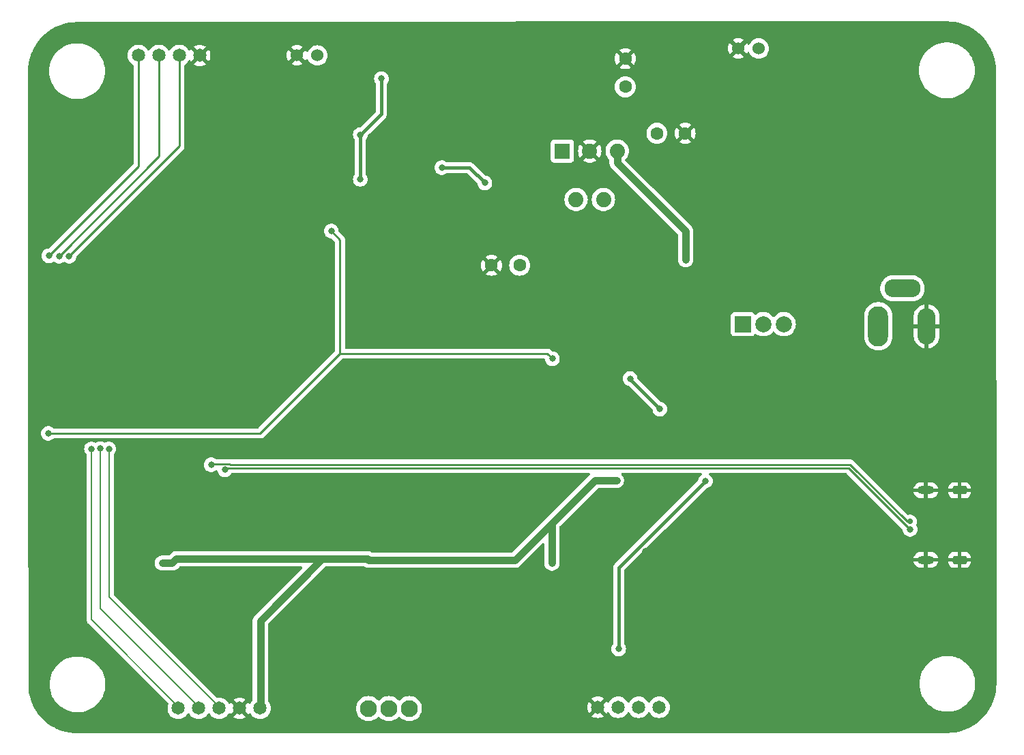
<source format=gbl>
G04 #@! TF.GenerationSoftware,KiCad,Pcbnew,8.0.1*
G04 #@! TF.CreationDate,2024-11-07T20:40:50-08:00*
G04 #@! TF.ProjectId,hope_final_project,686f7065-5f66-4696-9e61-6c5f70726f6a,rev?*
G04 #@! TF.SameCoordinates,Original*
G04 #@! TF.FileFunction,Copper,L2,Bot*
G04 #@! TF.FilePolarity,Positive*
%FSLAX46Y46*%
G04 Gerber Fmt 4.6, Leading zero omitted, Abs format (unit mm)*
G04 Created by KiCad (PCBNEW 8.0.1) date 2024-11-07 20:40:50*
%MOMM*%
%LPD*%
G01*
G04 APERTURE LIST*
G04 Aperture macros list*
%AMRoundRect*
0 Rectangle with rounded corners*
0 $1 Rounding radius*
0 $2 $3 $4 $5 $6 $7 $8 $9 X,Y pos of 4 corners*
0 Add a 4 corners polygon primitive as box body*
4,1,4,$2,$3,$4,$5,$6,$7,$8,$9,$2,$3,0*
0 Add four circle primitives for the rounded corners*
1,1,$1+$1,$2,$3*
1,1,$1+$1,$4,$5*
1,1,$1+$1,$6,$7*
1,1,$1+$1,$8,$9*
0 Add four rect primitives between the rounded corners*
20,1,$1+$1,$2,$3,$4,$5,0*
20,1,$1+$1,$4,$5,$6,$7,0*
20,1,$1+$1,$6,$7,$8,$9,0*
20,1,$1+$1,$8,$9,$2,$3,0*%
G04 Aperture macros list end*
G04 #@! TA.AperFunction,ComponentPad*
%ADD10C,2.100000*%
G04 #@! TD*
G04 #@! TA.AperFunction,ComponentPad*
%ADD11C,1.524000*%
G04 #@! TD*
G04 #@! TA.AperFunction,ComponentPad*
%ADD12C,1.600000*%
G04 #@! TD*
G04 #@! TA.AperFunction,ComponentPad*
%ADD13R,2.000000X2.000000*%
G04 #@! TD*
G04 #@! TA.AperFunction,ComponentPad*
%ADD14C,2.000000*%
G04 #@! TD*
G04 #@! TA.AperFunction,ComponentPad*
%ADD15R,1.890000X1.890000*%
G04 #@! TD*
G04 #@! TA.AperFunction,ComponentPad*
%ADD16C,1.890000*%
G04 #@! TD*
G04 #@! TA.AperFunction,ComponentPad*
%ADD17O,2.500000X5.000000*%
G04 #@! TD*
G04 #@! TA.AperFunction,ComponentPad*
%ADD18O,2.250000X4.500000*%
G04 #@! TD*
G04 #@! TA.AperFunction,ComponentPad*
%ADD19O,4.500000X2.250000*%
G04 #@! TD*
G04 #@! TA.AperFunction,ComponentPad*
%ADD20C,1.650000*%
G04 #@! TD*
G04 #@! TA.AperFunction,ComponentPad*
%ADD21O,2.100000X1.000000*%
G04 #@! TD*
G04 #@! TA.AperFunction,ComponentPad*
%ADD22RoundRect,0.250000X0.650000X-0.250000X0.650000X0.250000X-0.650000X0.250000X-0.650000X-0.250000X0*%
G04 #@! TD*
G04 #@! TA.AperFunction,ViaPad*
%ADD23C,0.812800*%
G04 #@! TD*
G04 #@! TA.AperFunction,ViaPad*
%ADD24C,0.711200*%
G04 #@! TD*
G04 #@! TA.AperFunction,Conductor*
%ADD25C,0.381000*%
G04 #@! TD*
G04 #@! TA.AperFunction,Conductor*
%ADD26C,0.254000*%
G04 #@! TD*
G04 #@! TA.AperFunction,Conductor*
%ADD27C,0.200000*%
G04 #@! TD*
G04 #@! TA.AperFunction,Conductor*
%ADD28C,0.203200*%
G04 #@! TD*
G04 #@! TA.AperFunction,Conductor*
%ADD29C,0.889000*%
G04 #@! TD*
G04 #@! TA.AperFunction,Conductor*
%ADD30C,0.508000*%
G04 #@! TD*
G04 APERTURE END LIST*
D10*
X133640000Y-137950000D03*
X131100000Y-137950000D03*
X128560000Y-137950000D03*
D11*
X122220000Y-56800000D03*
X119680000Y-56780000D03*
D12*
X147325000Y-82875000D03*
X143825000Y-82875000D03*
D13*
X175020000Y-90190000D03*
D14*
X177560000Y-90190000D03*
X180100000Y-90190000D03*
D15*
X152625000Y-68675000D03*
D16*
X154325000Y-74705000D03*
X156025000Y-68675000D03*
X157725000Y-74705000D03*
X159425000Y-68675000D03*
D17*
X191830000Y-90440000D03*
D18*
X197830000Y-90440000D03*
D19*
X194830000Y-85740000D03*
D20*
X164642800Y-137795000D03*
X162102800Y-137795000D03*
X159562800Y-137795000D03*
X157022800Y-137795000D03*
D11*
X174450000Y-55920000D03*
X176990000Y-55940000D03*
D12*
X160440000Y-60700000D03*
X160440000Y-57200000D03*
D20*
X115112800Y-137922000D03*
X112572800Y-137922000D03*
X110032800Y-137922000D03*
X107492800Y-137922000D03*
X104952800Y-137922000D03*
X107619800Y-56794400D03*
X105079800Y-56794400D03*
X102539800Y-56794400D03*
X99999800Y-56794400D03*
D12*
X164360000Y-66480000D03*
X167860000Y-66480000D03*
D21*
X197740000Y-119470000D03*
D22*
X201920000Y-119470000D03*
D21*
X197740000Y-110830000D03*
D22*
X201920000Y-110830000D03*
D23*
X108204000Y-131699000D03*
X99640000Y-107620000D03*
X126550000Y-128650000D03*
X87900000Y-79020000D03*
X134747000Y-73152000D03*
X138830000Y-82680000D03*
D24*
X190068200Y-112090200D03*
D23*
X185572400Y-120777000D03*
X118450000Y-128600000D03*
X112710000Y-78920000D03*
X128651000Y-70993000D03*
X98069400Y-65074800D03*
X136550000Y-128750000D03*
X127500000Y-64030000D03*
X183794400Y-115214400D03*
X131826000Y-75057000D03*
X98501200Y-79375000D03*
X194070000Y-102970000D03*
X118008400Y-72364600D03*
X139649200Y-113284000D03*
X122150000Y-114450000D03*
X146890000Y-57860000D03*
X194780000Y-111100000D03*
X92190000Y-127760000D03*
X151638000Y-87934800D03*
X87299800Y-113157000D03*
X160985200Y-121666000D03*
X92710000Y-107518200D03*
X109575600Y-64211200D03*
X183163300Y-111567500D03*
X188030000Y-95160000D03*
X205140000Y-126010000D03*
X171831000Y-78867000D03*
X88976200Y-77292200D03*
X87680800Y-119684800D03*
X98145600Y-68681600D03*
X175550000Y-86300000D03*
X123620000Y-61000000D03*
X96901000Y-59207400D03*
X157607000Y-120929400D03*
X118110000Y-121330000D03*
X165150000Y-103700000D03*
X139649200Y-97231200D03*
X122351800Y-75387200D03*
X149380000Y-78780000D03*
D24*
X190144400Y-119659400D03*
D23*
X169180000Y-53830000D03*
X112800000Y-55300000D03*
X106984800Y-70789800D03*
X123926600Y-80060800D03*
X107924600Y-86410800D03*
X120116600Y-87706200D03*
X177300000Y-115720000D03*
X160700000Y-78850000D03*
X93802200Y-68199000D03*
X162915600Y-89763600D03*
X132588000Y-64008000D03*
X111023400Y-59436000D03*
X158521400Y-118516400D03*
X126720000Y-83450000D03*
X189160000Y-130880000D03*
X113893600Y-92151200D03*
X155473400Y-115011200D03*
X144322800Y-102489000D03*
X132850000Y-57900000D03*
X167005000Y-97155000D03*
X113060000Y-70870000D03*
X162850000Y-128000000D03*
X169760000Y-127910000D03*
X100126800Y-81381600D03*
X195290000Y-119490000D03*
X95377000Y-131064000D03*
X171520000Y-61640000D03*
X112230000Y-114320000D03*
X163600000Y-70910000D03*
X143060000Y-89670000D03*
X105410000Y-129540000D03*
X139790000Y-69380000D03*
X171450000Y-69469000D03*
X145850000Y-128700000D03*
X87452200Y-70408800D03*
X181635400Y-97942400D03*
X87223600Y-103733600D03*
X127000000Y-75565000D03*
X104380000Y-79510000D03*
X130683000Y-65278000D03*
D24*
X190093600Y-115900200D03*
D23*
X103225600Y-74472800D03*
X169250000Y-118300000D03*
X96012000Y-138811000D03*
X177260000Y-109630000D03*
X178689000Y-123571000D03*
X160350000Y-100350000D03*
X149050000Y-72300000D03*
X131978400Y-100863400D03*
X91541600Y-112191800D03*
X148945600Y-97078800D03*
X162900000Y-118450000D03*
X108864400Y-67741800D03*
X112725200Y-106019600D03*
X172339000Y-105537000D03*
X121005600Y-67741800D03*
X139930000Y-75180000D03*
X102235000Y-127000000D03*
X175700000Y-79600000D03*
X121107200Y-72313800D03*
X92252800Y-117551200D03*
X137650000Y-62670000D03*
X118135400Y-67767200D03*
X145872200Y-116535200D03*
X131530000Y-82090000D03*
X140385800Y-116713000D03*
X173101000Y-98145600D03*
X130810000Y-72390000D03*
X110845600Y-100304600D03*
X130175000Y-59690000D03*
X127550000Y-66650000D03*
X127550000Y-72200000D03*
X164719000Y-100736400D03*
X88828800Y-103759000D03*
X161036000Y-96949938D03*
X151384000Y-94488000D03*
X170383200Y-109677200D03*
X123952000Y-78613000D03*
X159613600Y-130556000D03*
X109042200Y-107670600D03*
D24*
X195790000Y-114720000D03*
D23*
X195780000Y-115688800D03*
X110744000Y-108280200D03*
X137668000Y-70739000D03*
X143002000Y-72644000D03*
X96342200Y-105689400D03*
X94183200Y-105689400D03*
X95275400Y-105664000D03*
X91414600Y-81762600D03*
X88900000Y-81686400D03*
X90170000Y-81737200D03*
X102990000Y-119870000D03*
X128593500Y-119493500D03*
X167918200Y-82169000D03*
X159350000Y-109600000D03*
X151333200Y-119888000D03*
D25*
X127550000Y-66650000D02*
X127550000Y-72200000D01*
X127550000Y-66650000D02*
X130175000Y-64025000D01*
X130175000Y-64025000D02*
X130175000Y-59690000D01*
D26*
X150749000Y-93853000D02*
X125018800Y-93853000D01*
D25*
X164719000Y-100736400D02*
X161036000Y-97053400D01*
D26*
X125018800Y-93853000D02*
X115112800Y-103759000D01*
D25*
X159613600Y-120446800D02*
X170383200Y-109677200D01*
D26*
X123952000Y-78613000D02*
X125018800Y-79679800D01*
X125018800Y-79679800D02*
X125018800Y-93853000D01*
X151384000Y-94488000D02*
X150749000Y-93853000D01*
D25*
X161036000Y-97053400D02*
X161036000Y-96949938D01*
D26*
X88828800Y-103759000D02*
X115112800Y-103759000D01*
D25*
X159613600Y-130556000D02*
X159613600Y-120446800D01*
D26*
X195409057Y-114720000D02*
X188308857Y-107619800D01*
D27*
X109042200Y-107670600D02*
X109066000Y-107646800D01*
D26*
X109143800Y-107569000D02*
X109042200Y-107670600D01*
X111400000Y-107619800D02*
X111349200Y-107569000D01*
X111349200Y-107569000D02*
X109143800Y-107569000D01*
X188308857Y-107619800D02*
X111400000Y-107619800D01*
X195790000Y-114720000D02*
X195409057Y-114720000D01*
X195780000Y-115688800D02*
X195748653Y-115688800D01*
D27*
X110744000Y-108280200D02*
X110788687Y-108324887D01*
D26*
X195748653Y-115688800D02*
X188130000Y-108070147D01*
X188130000Y-108070147D02*
X188130000Y-108051600D01*
X188130000Y-108051600D02*
X110972600Y-108051600D01*
X110972600Y-108051600D02*
X110744000Y-108280200D01*
D25*
X141097000Y-70739000D02*
X143002000Y-72644000D01*
X137668000Y-70739000D02*
X141097000Y-70739000D01*
D28*
X96342200Y-124049800D02*
X110138200Y-137845800D01*
X96342200Y-105689400D02*
X96342200Y-124049800D01*
X94183200Y-105689400D02*
X94183200Y-126890800D01*
X94183200Y-126890800D02*
X105138200Y-137845800D01*
X95275400Y-125483000D02*
X107638200Y-137845800D01*
X95275400Y-105664000D02*
X95275400Y-125483000D01*
D26*
X91414600Y-81762600D02*
X105105200Y-68072000D01*
X105105200Y-68072000D02*
X105105200Y-56819800D01*
X105105200Y-56819800D02*
X105079800Y-56794400D01*
X100025200Y-56819800D02*
X99999800Y-56794400D01*
X88900000Y-81686400D02*
X100025200Y-70561200D01*
X100025200Y-70561200D02*
X100025200Y-56819800D01*
X90170000Y-81737200D02*
X102565200Y-69342000D01*
X102565200Y-56819800D02*
X102539800Y-56794400D01*
X102565200Y-69342000D02*
X102565200Y-56819800D01*
D29*
X115138200Y-127056400D02*
X115138200Y-137845800D01*
X146777422Y-119493500D02*
X128593500Y-119493500D01*
X122834400Y-119360200D02*
X115138200Y-127056400D01*
X159350000Y-109600000D02*
X156670922Y-109600000D01*
X159425000Y-70175000D02*
X159425000Y-68675000D01*
X104208800Y-119870000D02*
X104718600Y-119360200D01*
D30*
X163292500Y-73757500D02*
X163150000Y-73900000D01*
D29*
X151333200Y-114937722D02*
X146777422Y-119493500D01*
X156670922Y-109600000D02*
X151333200Y-114937722D01*
D30*
X163292500Y-74042500D02*
X163292500Y-73757500D01*
D29*
X167918200Y-78637200D02*
X163323500Y-74042500D01*
X167918200Y-82169000D02*
X167918200Y-78637200D01*
X163150000Y-73900000D02*
X159425000Y-70175000D01*
X122834400Y-119360200D02*
X128460200Y-119360200D01*
X104718600Y-119360200D02*
X122834400Y-119360200D01*
X151333200Y-114937722D02*
X151333200Y-119888000D01*
D30*
X163323500Y-74042500D02*
X163292500Y-74042500D01*
D29*
X102990000Y-119870000D02*
X104208800Y-119870000D01*
G04 #@! TA.AperFunction,Conductor*
G36*
X200352502Y-52564597D02*
G01*
X200823395Y-52583099D01*
X200833069Y-52583860D01*
X201298713Y-52638974D01*
X201308318Y-52640495D01*
X201768190Y-52731969D01*
X201777650Y-52734240D01*
X202228922Y-52861512D01*
X202238175Y-52864518D01*
X202678076Y-53026805D01*
X202687065Y-53030528D01*
X203112884Y-53226835D01*
X203121548Y-53231250D01*
X203530643Y-53460355D01*
X203538945Y-53465442D01*
X203928794Y-53725930D01*
X203936671Y-53731653D01*
X204304880Y-54021925D01*
X204312284Y-54028248D01*
X204656591Y-54346524D01*
X204663475Y-54353408D01*
X204981751Y-54697715D01*
X204988074Y-54705119D01*
X205278346Y-55073328D01*
X205284069Y-55081205D01*
X205544557Y-55471054D01*
X205549644Y-55479356D01*
X205778749Y-55888451D01*
X205783170Y-55897126D01*
X205979469Y-56322931D01*
X205983195Y-56331927D01*
X206145480Y-56771821D01*
X206148488Y-56781080D01*
X206275758Y-57232345D01*
X206278031Y-57241813D01*
X206369503Y-57701676D01*
X206371026Y-57711292D01*
X206426137Y-58176914D01*
X206426901Y-58186621D01*
X206445404Y-58657556D01*
X206445500Y-58662424D01*
X206445500Y-58715269D01*
X206445536Y-58715685D01*
X206495498Y-134877535D01*
X206495402Y-134882484D01*
X206476901Y-135353378D01*
X206476137Y-135363085D01*
X206421026Y-135828707D01*
X206419503Y-135838323D01*
X206328031Y-136298186D01*
X206325758Y-136307654D01*
X206198488Y-136758919D01*
X206195480Y-136768178D01*
X206033195Y-137208072D01*
X206029469Y-137217068D01*
X205833170Y-137642873D01*
X205828749Y-137651548D01*
X205599644Y-138060643D01*
X205594557Y-138068945D01*
X205334069Y-138458794D01*
X205328346Y-138466671D01*
X205038074Y-138834880D01*
X205031751Y-138842284D01*
X204713475Y-139186591D01*
X204706591Y-139193475D01*
X204362284Y-139511751D01*
X204354880Y-139518074D01*
X203986671Y-139808346D01*
X203978794Y-139814069D01*
X203588945Y-140074557D01*
X203580643Y-140079644D01*
X203171548Y-140308749D01*
X203162873Y-140313170D01*
X202737068Y-140509469D01*
X202728072Y-140513195D01*
X202288178Y-140675480D01*
X202278919Y-140678488D01*
X201827654Y-140805758D01*
X201818186Y-140808031D01*
X201358323Y-140899503D01*
X201348707Y-140901026D01*
X200883086Y-140956137D01*
X200873379Y-140956901D01*
X200402425Y-140975404D01*
X200397557Y-140975500D01*
X200344949Y-140975500D01*
X200344538Y-140975534D01*
X92452465Y-141045498D01*
X92447517Y-141045402D01*
X91976621Y-141026901D01*
X91966914Y-141026137D01*
X91501292Y-140971026D01*
X91491676Y-140969503D01*
X91031813Y-140878031D01*
X91022345Y-140875758D01*
X90571080Y-140748488D01*
X90561821Y-140745480D01*
X90121927Y-140583195D01*
X90112931Y-140579469D01*
X89687126Y-140383170D01*
X89678451Y-140378749D01*
X89269356Y-140149644D01*
X89261054Y-140144557D01*
X88871205Y-139884069D01*
X88863328Y-139878346D01*
X88495119Y-139588074D01*
X88487715Y-139581751D01*
X88143408Y-139263475D01*
X88136524Y-139256591D01*
X87818248Y-138912284D01*
X87811925Y-138904880D01*
X87611206Y-138650269D01*
X87521651Y-138536668D01*
X87515930Y-138528794D01*
X87471864Y-138462845D01*
X87428205Y-138397504D01*
X87255442Y-138138945D01*
X87250355Y-138130643D01*
X87021250Y-137721548D01*
X87016835Y-137712884D01*
X86820528Y-137287065D01*
X86816804Y-137278072D01*
X86813352Y-137268716D01*
X86654518Y-136838175D01*
X86651511Y-136828919D01*
X86636510Y-136775731D01*
X86524240Y-136377650D01*
X86521968Y-136368186D01*
X86509927Y-136307654D01*
X86430495Y-135908318D01*
X86428973Y-135898707D01*
X86404805Y-135694516D01*
X86373860Y-135433069D01*
X86373099Y-135423395D01*
X86354596Y-134952443D01*
X86354548Y-134950000D01*
X88986720Y-134950000D01*
X89005283Y-135292381D01*
X89007022Y-135324443D01*
X89007023Y-135324460D01*
X89067687Y-135694490D01*
X89067693Y-135694516D01*
X89168008Y-136055820D01*
X89168010Y-136055827D01*
X89306807Y-136404184D01*
X89306816Y-136404202D01*
X89482465Y-136735510D01*
X89620931Y-136939731D01*
X89686081Y-137035821D01*
X89692906Y-137045886D01*
X89692913Y-137045896D01*
X89931521Y-137326807D01*
X89935674Y-137331696D01*
X90207920Y-137589581D01*
X90506452Y-137816519D01*
X90781317Y-137981900D01*
X90823518Y-138007292D01*
X90827770Y-138009850D01*
X91168108Y-138167306D01*
X91523474Y-138287043D01*
X91889704Y-138367657D01*
X92262502Y-138408201D01*
X92262508Y-138408201D01*
X92637492Y-138408201D01*
X92637498Y-138408201D01*
X93010296Y-138367657D01*
X93376526Y-138287043D01*
X93731892Y-138167306D01*
X94072230Y-138009850D01*
X94393548Y-137816519D01*
X94692080Y-137589581D01*
X94964326Y-137331696D01*
X95207093Y-137045888D01*
X95417536Y-136735507D01*
X95593188Y-136404194D01*
X95731988Y-136055831D01*
X95832310Y-135694503D01*
X95854339Y-135560133D01*
X95892976Y-135324460D01*
X95892976Y-135324457D01*
X95892978Y-135324446D01*
X95913280Y-134950000D01*
X95892978Y-134575554D01*
X95881502Y-134505556D01*
X95832312Y-134205509D01*
X95832311Y-134205508D01*
X95832310Y-134205497D01*
X95731988Y-133844169D01*
X95593188Y-133495806D01*
X95417536Y-133164493D01*
X95417534Y-133164489D01*
X95295356Y-132984290D01*
X95207093Y-132854112D01*
X95207089Y-132854107D01*
X95207086Y-132854103D01*
X94964333Y-132568312D01*
X94964328Y-132568306D01*
X94692080Y-132310419D01*
X94692070Y-132310411D01*
X94602071Y-132241996D01*
X94393548Y-132083481D01*
X94209662Y-131972840D01*
X94072231Y-131890150D01*
X93902061Y-131811422D01*
X93731892Y-131732694D01*
X93612154Y-131692349D01*
X93376525Y-131612956D01*
X93010294Y-131532342D01*
X92637499Y-131491799D01*
X92637498Y-131491799D01*
X92262502Y-131491799D01*
X92262500Y-131491799D01*
X91889705Y-131532342D01*
X91523474Y-131612956D01*
X91168108Y-131732694D01*
X90827768Y-131890150D01*
X90569404Y-132045604D01*
X90506452Y-132083481D01*
X90452235Y-132124696D01*
X90207929Y-132310411D01*
X90207919Y-132310419D01*
X89935671Y-132568306D01*
X89935666Y-132568312D01*
X89692913Y-132854103D01*
X89692906Y-132854113D01*
X89482465Y-133164489D01*
X89306816Y-133495797D01*
X89306807Y-133495815D01*
X89168010Y-133844172D01*
X89168008Y-133844179D01*
X89067693Y-134205483D01*
X89067687Y-134205509D01*
X89007023Y-134575539D01*
X89007022Y-134575552D01*
X89007022Y-134575554D01*
X88998901Y-134725332D01*
X88989158Y-134905043D01*
X88986720Y-134950000D01*
X86354548Y-134950000D01*
X86354500Y-134947575D01*
X86354500Y-134894516D01*
X86354462Y-134894104D01*
X86335299Y-105689400D01*
X93271305Y-105689400D01*
X93291232Y-105878995D01*
X93291233Y-105878997D01*
X93350139Y-106060295D01*
X93350142Y-106060301D01*
X93445461Y-106225398D01*
X93549250Y-106340667D01*
X93579480Y-106403658D01*
X93581100Y-106423639D01*
X93581100Y-126970068D01*
X93608455Y-127072157D01*
X93622133Y-127123203D01*
X93622134Y-127123204D01*
X93637301Y-127149474D01*
X93682356Y-127227513D01*
X93701399Y-127260497D01*
X103706386Y-137265484D01*
X103739871Y-137326807D01*
X103734887Y-137396499D01*
X103731088Y-137405567D01*
X103702482Y-137466914D01*
X103702478Y-137466925D01*
X103642451Y-137690948D01*
X103642450Y-137690955D01*
X103622237Y-137921998D01*
X103622237Y-137922001D01*
X103642450Y-138153044D01*
X103642451Y-138153051D01*
X103702478Y-138377074D01*
X103702479Y-138377076D01*
X103702480Y-138377079D01*
X103800499Y-138587282D01*
X103933530Y-138777269D01*
X104097531Y-138941270D01*
X104287518Y-139074301D01*
X104497721Y-139172320D01*
X104721750Y-139232349D01*
X104886785Y-139246787D01*
X104952798Y-139252563D01*
X104952800Y-139252563D01*
X104952802Y-139252563D01*
X105010562Y-139247509D01*
X105183850Y-139232349D01*
X105407879Y-139172320D01*
X105618082Y-139074301D01*
X105808069Y-138941270D01*
X105972070Y-138777269D01*
X106105101Y-138587282D01*
X106110418Y-138575878D01*
X106156590Y-138523440D01*
X106223784Y-138504288D01*
X106290665Y-138524504D01*
X106335181Y-138575878D01*
X106340499Y-138587282D01*
X106473530Y-138777269D01*
X106637531Y-138941270D01*
X106827518Y-139074301D01*
X107037721Y-139172320D01*
X107261750Y-139232349D01*
X107426785Y-139246787D01*
X107492798Y-139252563D01*
X107492800Y-139252563D01*
X107492802Y-139252563D01*
X107550562Y-139247509D01*
X107723850Y-139232349D01*
X107947879Y-139172320D01*
X108158082Y-139074301D01*
X108348069Y-138941270D01*
X108512070Y-138777269D01*
X108645101Y-138587282D01*
X108650418Y-138575878D01*
X108696590Y-138523440D01*
X108763784Y-138504288D01*
X108830665Y-138524504D01*
X108875181Y-138575878D01*
X108880499Y-138587282D01*
X109013530Y-138777269D01*
X109177531Y-138941270D01*
X109367518Y-139074301D01*
X109577721Y-139172320D01*
X109801750Y-139232349D01*
X109966785Y-139246787D01*
X110032798Y-139252563D01*
X110032800Y-139252563D01*
X110032802Y-139252563D01*
X110090562Y-139247509D01*
X110263850Y-139232349D01*
X110487879Y-139172320D01*
X110698082Y-139074301D01*
X110888069Y-138941270D01*
X111052070Y-138777269D01*
X111185101Y-138587282D01*
X111190693Y-138575289D01*
X111236862Y-138522851D01*
X111304055Y-138503697D01*
X111370937Y-138523911D01*
X111415456Y-138575286D01*
X111420932Y-138587029D01*
X111475823Y-138665422D01*
X112049012Y-138092233D01*
X112060282Y-138134292D01*
X112132690Y-138259708D01*
X112235092Y-138362110D01*
X112360508Y-138434518D01*
X112402565Y-138445787D01*
X111829376Y-139018975D01*
X111907769Y-139073867D01*
X112117890Y-139171847D01*
X112117899Y-139171851D01*
X112341831Y-139231852D01*
X112341841Y-139231854D01*
X112572799Y-139252061D01*
X112572801Y-139252061D01*
X112803758Y-139231854D01*
X112803768Y-139231852D01*
X113027700Y-139171851D01*
X113027709Y-139171847D01*
X113237830Y-139073867D01*
X113237834Y-139073865D01*
X113316222Y-139018976D01*
X113316222Y-139018975D01*
X112743035Y-138445787D01*
X112785092Y-138434518D01*
X112910508Y-138362110D01*
X113012910Y-138259708D01*
X113085318Y-138134292D01*
X113096587Y-138092234D01*
X113669775Y-138665422D01*
X113669776Y-138665422D01*
X113724664Y-138587034D01*
X113730139Y-138575294D01*
X113776309Y-138522852D01*
X113843501Y-138503697D01*
X113910384Y-138523909D01*
X113954905Y-138575286D01*
X113960499Y-138587282D01*
X114093530Y-138777269D01*
X114257531Y-138941270D01*
X114447518Y-139074301D01*
X114657721Y-139172320D01*
X114881750Y-139232349D01*
X115046785Y-139246787D01*
X115112798Y-139252563D01*
X115112800Y-139252563D01*
X115112802Y-139252563D01*
X115170562Y-139247509D01*
X115343850Y-139232349D01*
X115567879Y-139172320D01*
X115778082Y-139074301D01*
X115968069Y-138941270D01*
X116132070Y-138777269D01*
X116265101Y-138587282D01*
X116363120Y-138377079D01*
X116423149Y-138153050D01*
X116440913Y-137950000D01*
X127004706Y-137950000D01*
X127023853Y-138193297D01*
X127023853Y-138193300D01*
X127023854Y-138193302D01*
X127075447Y-138408200D01*
X127080830Y-138430619D01*
X127174222Y-138656089D01*
X127301737Y-138864173D01*
X127301738Y-138864176D01*
X127301741Y-138864179D01*
X127460241Y-139049759D01*
X127603188Y-139171847D01*
X127645823Y-139208261D01*
X127645826Y-139208262D01*
X127853910Y-139335777D01*
X128079381Y-139429169D01*
X128079378Y-139429169D01*
X128079384Y-139429170D01*
X128079388Y-139429172D01*
X128316698Y-139486146D01*
X128560000Y-139505294D01*
X128803302Y-139486146D01*
X129040612Y-139429172D01*
X129266089Y-139335777D01*
X129474179Y-139208259D01*
X129659759Y-139049759D01*
X129735710Y-138960832D01*
X129794216Y-138922638D01*
X129864084Y-138922139D01*
X129923131Y-138959493D01*
X129924290Y-138960832D01*
X129996450Y-139045321D01*
X130000241Y-139049759D01*
X130088996Y-139125563D01*
X130185823Y-139208261D01*
X130185826Y-139208262D01*
X130393910Y-139335777D01*
X130619381Y-139429169D01*
X130619378Y-139429169D01*
X130619384Y-139429170D01*
X130619388Y-139429172D01*
X130856698Y-139486146D01*
X131100000Y-139505294D01*
X131343302Y-139486146D01*
X131580612Y-139429172D01*
X131806089Y-139335777D01*
X132014179Y-139208259D01*
X132199759Y-139049759D01*
X132275710Y-138960832D01*
X132334216Y-138922638D01*
X132404084Y-138922139D01*
X132463131Y-138959493D01*
X132464290Y-138960832D01*
X132536450Y-139045321D01*
X132540241Y-139049759D01*
X132628996Y-139125563D01*
X132725823Y-139208261D01*
X132725826Y-139208262D01*
X132933910Y-139335777D01*
X133159381Y-139429169D01*
X133159378Y-139429169D01*
X133159384Y-139429170D01*
X133159388Y-139429172D01*
X133396698Y-139486146D01*
X133640000Y-139505294D01*
X133883302Y-139486146D01*
X134120612Y-139429172D01*
X134346089Y-139335777D01*
X134554179Y-139208259D01*
X134739759Y-139049759D01*
X134898259Y-138864179D01*
X135025777Y-138656089D01*
X135119172Y-138430612D01*
X135176146Y-138193302D01*
X135195294Y-137950000D01*
X135183095Y-137795000D01*
X155692739Y-137795000D01*
X155712945Y-138025958D01*
X155712947Y-138025968D01*
X155772948Y-138249900D01*
X155772952Y-138249909D01*
X155870933Y-138460030D01*
X155925823Y-138538422D01*
X156499012Y-137965233D01*
X156510282Y-138007292D01*
X156582690Y-138132708D01*
X156685092Y-138235110D01*
X156810508Y-138307518D01*
X156852565Y-138318787D01*
X156279376Y-138891975D01*
X156357769Y-138946867D01*
X156567890Y-139044847D01*
X156567899Y-139044851D01*
X156791831Y-139104852D01*
X156791841Y-139104854D01*
X157022799Y-139125061D01*
X157022801Y-139125061D01*
X157253758Y-139104854D01*
X157253768Y-139104852D01*
X157477700Y-139044851D01*
X157477709Y-139044847D01*
X157687830Y-138946867D01*
X157687834Y-138946865D01*
X157766222Y-138891976D01*
X157766222Y-138891975D01*
X157193035Y-138318787D01*
X157235092Y-138307518D01*
X157360508Y-138235110D01*
X157462910Y-138132708D01*
X157535318Y-138007292D01*
X157546587Y-137965234D01*
X158119775Y-138538422D01*
X158119776Y-138538422D01*
X158174664Y-138460034D01*
X158180139Y-138448294D01*
X158226309Y-138395852D01*
X158293501Y-138376697D01*
X158360384Y-138396909D01*
X158404905Y-138448286D01*
X158410499Y-138460282D01*
X158543530Y-138650269D01*
X158707531Y-138814270D01*
X158897518Y-138947301D01*
X159107721Y-139045320D01*
X159331750Y-139105349D01*
X159496785Y-139119787D01*
X159562798Y-139125563D01*
X159562800Y-139125563D01*
X159562802Y-139125563D01*
X159620562Y-139120509D01*
X159793850Y-139105349D01*
X160017879Y-139045320D01*
X160228082Y-138947301D01*
X160418069Y-138814270D01*
X160582070Y-138650269D01*
X160715101Y-138460282D01*
X160720418Y-138448878D01*
X160766590Y-138396440D01*
X160833784Y-138377288D01*
X160900665Y-138397504D01*
X160945181Y-138448878D01*
X160950499Y-138460282D01*
X161083530Y-138650269D01*
X161247531Y-138814270D01*
X161437518Y-138947301D01*
X161647721Y-139045320D01*
X161871750Y-139105349D01*
X162036785Y-139119787D01*
X162102798Y-139125563D01*
X162102800Y-139125563D01*
X162102802Y-139125563D01*
X162160562Y-139120509D01*
X162333850Y-139105349D01*
X162557879Y-139045320D01*
X162768082Y-138947301D01*
X162958069Y-138814270D01*
X163122070Y-138650269D01*
X163255101Y-138460282D01*
X163260418Y-138448878D01*
X163306590Y-138396440D01*
X163373784Y-138377288D01*
X163440665Y-138397504D01*
X163485181Y-138448878D01*
X163490499Y-138460282D01*
X163623530Y-138650269D01*
X163787531Y-138814270D01*
X163977518Y-138947301D01*
X164187721Y-139045320D01*
X164411750Y-139105349D01*
X164576785Y-139119787D01*
X164642798Y-139125563D01*
X164642800Y-139125563D01*
X164642802Y-139125563D01*
X164700562Y-139120509D01*
X164873850Y-139105349D01*
X165097879Y-139045320D01*
X165308082Y-138947301D01*
X165498069Y-138814270D01*
X165662070Y-138650269D01*
X165795101Y-138460282D01*
X165893120Y-138250079D01*
X165953149Y-138026050D01*
X165973363Y-137795000D01*
X165953149Y-137563950D01*
X165893120Y-137339921D01*
X165795101Y-137129719D01*
X165795099Y-137129716D01*
X165795098Y-137129714D01*
X165662073Y-136939735D01*
X165662068Y-136939729D01*
X165498069Y-136775730D01*
X165480764Y-136763613D01*
X165308082Y-136642699D01*
X165097879Y-136544680D01*
X165097876Y-136544679D01*
X165097874Y-136544678D01*
X164873851Y-136484651D01*
X164873844Y-136484650D01*
X164642802Y-136464437D01*
X164642798Y-136464437D01*
X164411755Y-136484650D01*
X164411748Y-136484651D01*
X164187717Y-136544681D01*
X163977518Y-136642699D01*
X163977514Y-136642701D01*
X163787535Y-136775726D01*
X163787529Y-136775731D01*
X163623531Y-136939729D01*
X163623526Y-136939735D01*
X163490501Y-137129714D01*
X163490498Y-137129720D01*
X163485181Y-137141123D01*
X163439007Y-137193562D01*
X163371813Y-137212712D01*
X163304933Y-137192495D01*
X163260419Y-137141123D01*
X163255220Y-137129975D01*
X163255101Y-137129719D01*
X163255099Y-137129716D01*
X163255098Y-137129714D01*
X163122073Y-136939735D01*
X163122068Y-136939729D01*
X162958069Y-136775730D01*
X162940764Y-136763613D01*
X162768082Y-136642699D01*
X162557879Y-136544680D01*
X162557876Y-136544679D01*
X162557874Y-136544678D01*
X162333851Y-136484651D01*
X162333844Y-136484650D01*
X162102802Y-136464437D01*
X162102798Y-136464437D01*
X161871755Y-136484650D01*
X161871748Y-136484651D01*
X161647717Y-136544681D01*
X161437518Y-136642699D01*
X161437514Y-136642701D01*
X161247535Y-136775726D01*
X161247529Y-136775731D01*
X161083531Y-136939729D01*
X161083526Y-136939735D01*
X160950501Y-137129714D01*
X160950498Y-137129720D01*
X160945181Y-137141123D01*
X160899007Y-137193562D01*
X160831813Y-137212712D01*
X160764933Y-137192495D01*
X160720419Y-137141123D01*
X160715220Y-137129975D01*
X160715101Y-137129719D01*
X160715099Y-137129716D01*
X160715098Y-137129714D01*
X160582073Y-136939735D01*
X160582068Y-136939729D01*
X160418069Y-136775730D01*
X160400764Y-136763613D01*
X160228082Y-136642699D01*
X160017879Y-136544680D01*
X160017876Y-136544679D01*
X160017874Y-136544678D01*
X159793851Y-136484651D01*
X159793844Y-136484650D01*
X159562802Y-136464437D01*
X159562798Y-136464437D01*
X159331755Y-136484650D01*
X159331748Y-136484651D01*
X159107717Y-136544681D01*
X158897518Y-136642699D01*
X158897514Y-136642701D01*
X158707535Y-136775726D01*
X158707529Y-136775731D01*
X158543531Y-136939729D01*
X158543526Y-136939735D01*
X158410501Y-137129714D01*
X158410497Y-137129722D01*
X158404904Y-137141716D01*
X158358729Y-137194154D01*
X158291535Y-137213303D01*
X158224655Y-137193084D01*
X158180142Y-137141711D01*
X158174669Y-137129975D01*
X158174666Y-137129969D01*
X158119775Y-137051577D01*
X158119775Y-137051576D01*
X157546587Y-137624764D01*
X157535318Y-137582708D01*
X157462910Y-137457292D01*
X157360508Y-137354890D01*
X157235092Y-137282482D01*
X157193034Y-137271212D01*
X157766222Y-136698023D01*
X157687830Y-136643133D01*
X157477709Y-136545152D01*
X157477700Y-136545148D01*
X157253768Y-136485147D01*
X157253758Y-136485145D01*
X157022801Y-136464939D01*
X157022799Y-136464939D01*
X156791841Y-136485145D01*
X156791831Y-136485147D01*
X156567899Y-136545148D01*
X156567890Y-136545152D01*
X156357767Y-136643134D01*
X156279376Y-136698022D01*
X156852566Y-137271212D01*
X156810508Y-137282482D01*
X156685092Y-137354890D01*
X156582690Y-137457292D01*
X156510282Y-137582708D01*
X156499012Y-137624766D01*
X155925822Y-137051576D01*
X155870934Y-137129967D01*
X155772952Y-137340090D01*
X155772948Y-137340099D01*
X155712947Y-137564031D01*
X155712945Y-137564041D01*
X155692739Y-137794999D01*
X155692739Y-137795000D01*
X135183095Y-137795000D01*
X135176146Y-137706698D01*
X135119172Y-137469388D01*
X135118150Y-137466921D01*
X135025777Y-137243910D01*
X134898262Y-137035826D01*
X134898261Y-137035823D01*
X134848755Y-136977859D01*
X134739759Y-136850241D01*
X134605426Y-136735510D01*
X134554176Y-136691738D01*
X134554173Y-136691737D01*
X134346089Y-136564222D01*
X134120618Y-136470830D01*
X134120621Y-136470830D01*
X133906298Y-136419375D01*
X133883302Y-136413854D01*
X133883300Y-136413853D01*
X133883297Y-136413853D01*
X133640000Y-136394706D01*
X133396702Y-136413853D01*
X133396698Y-136413854D01*
X133179261Y-136466057D01*
X133159380Y-136470830D01*
X132933910Y-136564222D01*
X132725826Y-136691737D01*
X132725823Y-136691738D01*
X132540241Y-136850241D01*
X132464290Y-136939168D01*
X132405783Y-136977361D01*
X132335915Y-136977859D01*
X132276869Y-136940505D01*
X132275710Y-136939168D01*
X132235737Y-136892366D01*
X132199759Y-136850241D01*
X132065426Y-136735510D01*
X132014176Y-136691738D01*
X132014173Y-136691737D01*
X131806089Y-136564222D01*
X131580618Y-136470830D01*
X131580621Y-136470830D01*
X131366298Y-136419375D01*
X131343302Y-136413854D01*
X131343300Y-136413853D01*
X131343297Y-136413853D01*
X131100000Y-136394706D01*
X130856702Y-136413853D01*
X130856698Y-136413854D01*
X130639261Y-136466057D01*
X130619380Y-136470830D01*
X130393910Y-136564222D01*
X130185826Y-136691737D01*
X130185823Y-136691738D01*
X130000241Y-136850241D01*
X129924290Y-136939168D01*
X129865783Y-136977361D01*
X129795915Y-136977859D01*
X129736869Y-136940505D01*
X129735710Y-136939168D01*
X129695737Y-136892366D01*
X129659759Y-136850241D01*
X129525426Y-136735510D01*
X129474176Y-136691738D01*
X129474173Y-136691737D01*
X129266089Y-136564222D01*
X129040618Y-136470830D01*
X129040621Y-136470830D01*
X128826298Y-136419375D01*
X128803302Y-136413854D01*
X128803300Y-136413853D01*
X128803297Y-136413853D01*
X128560000Y-136394706D01*
X128316702Y-136413853D01*
X128316698Y-136413854D01*
X128099261Y-136466057D01*
X128079380Y-136470830D01*
X127853910Y-136564222D01*
X127645826Y-136691737D01*
X127645823Y-136691738D01*
X127460241Y-136850241D01*
X127301738Y-137035823D01*
X127301737Y-137035826D01*
X127174222Y-137243910D01*
X127080830Y-137469380D01*
X127080828Y-137469387D01*
X127080828Y-137469388D01*
X127072498Y-137504083D01*
X127023853Y-137706702D01*
X127004706Y-137950000D01*
X116440913Y-137950000D01*
X116443363Y-137922000D01*
X116423149Y-137690950D01*
X116363120Y-137466921D01*
X116265101Y-137256719D01*
X116265099Y-137256716D01*
X116265098Y-137256714D01*
X116132073Y-137066735D01*
X116132068Y-137066729D01*
X116119519Y-137054180D01*
X116086034Y-136992857D01*
X116083200Y-136966499D01*
X116083200Y-134880000D01*
X196936720Y-134880000D01*
X196955283Y-135222381D01*
X196957022Y-135254443D01*
X196957023Y-135254460D01*
X197017687Y-135624490D01*
X197017693Y-135624516D01*
X197118008Y-135985820D01*
X197118010Y-135985827D01*
X197256807Y-136334184D01*
X197256816Y-136334202D01*
X197432465Y-136665510D01*
X197642906Y-136975886D01*
X197642913Y-136975896D01*
X197881664Y-137256975D01*
X197885674Y-137261696D01*
X198157920Y-137519581D01*
X198456452Y-137746519D01*
X198777770Y-137939850D01*
X199118108Y-138097306D01*
X199473474Y-138217043D01*
X199839704Y-138297657D01*
X200212502Y-138338201D01*
X200212508Y-138338201D01*
X200587492Y-138338201D01*
X200587498Y-138338201D01*
X200960296Y-138297657D01*
X201326526Y-138217043D01*
X201681892Y-138097306D01*
X202022230Y-137939850D01*
X202343548Y-137746519D01*
X202642080Y-137519581D01*
X202914326Y-137261696D01*
X203157093Y-136975888D01*
X203367536Y-136665507D01*
X203543188Y-136334194D01*
X203681988Y-135985831D01*
X203782310Y-135624503D01*
X203815283Y-135423378D01*
X203842976Y-135254460D01*
X203842976Y-135254457D01*
X203842978Y-135254446D01*
X203863280Y-134880000D01*
X203863146Y-134877535D01*
X203860681Y-134832081D01*
X203842978Y-134505554D01*
X203782310Y-134135497D01*
X203748635Y-134014212D01*
X203681991Y-133774179D01*
X203681989Y-133774172D01*
X203543192Y-133425815D01*
X203543183Y-133425797D01*
X203367534Y-133094489D01*
X203259736Y-132935500D01*
X203157093Y-132784112D01*
X203157089Y-132784107D01*
X203157086Y-132784103D01*
X202914333Y-132498312D01*
X202914328Y-132498306D01*
X202642080Y-132240419D01*
X202642070Y-132240411D01*
X202552071Y-132171996D01*
X202343548Y-132013481D01*
X202138571Y-131890150D01*
X202022231Y-131820150D01*
X201852061Y-131741422D01*
X201681892Y-131662694D01*
X201534275Y-131612956D01*
X201326525Y-131542956D01*
X200960294Y-131462342D01*
X200587499Y-131421799D01*
X200587498Y-131421799D01*
X200212502Y-131421799D01*
X200212500Y-131421799D01*
X199839705Y-131462342D01*
X199473474Y-131542956D01*
X199118108Y-131662694D01*
X198777768Y-131820150D01*
X198519404Y-131975604D01*
X198456452Y-132013481D01*
X198414195Y-132045604D01*
X198157929Y-132240411D01*
X198157919Y-132240419D01*
X197885671Y-132498306D01*
X197885666Y-132498312D01*
X197642913Y-132784103D01*
X197642906Y-132784113D01*
X197432465Y-133094489D01*
X197256816Y-133425797D01*
X197256807Y-133425815D01*
X197118010Y-133774172D01*
X197118008Y-133774179D01*
X197017693Y-134135483D01*
X197017687Y-134135509D01*
X196957023Y-134505539D01*
X196957022Y-134505552D01*
X196957022Y-134505554D01*
X196953227Y-134575554D01*
X196936854Y-134877535D01*
X196936720Y-134880000D01*
X116083200Y-134880000D01*
X116083200Y-127499194D01*
X116102885Y-127432155D01*
X116119519Y-127411513D01*
X123189513Y-120341519D01*
X123250836Y-120308034D01*
X123277194Y-120305200D01*
X128069726Y-120305200D01*
X128136765Y-120324885D01*
X128138595Y-120326083D01*
X128145875Y-120330948D01*
X128145876Y-120330948D01*
X128145877Y-120330949D01*
X128171396Y-120341519D01*
X128317854Y-120402184D01*
X128465582Y-120431569D01*
X128500421Y-120438499D01*
X128500424Y-120438500D01*
X128500426Y-120438500D01*
X146870498Y-120438500D01*
X146870499Y-120438499D01*
X147053068Y-120402184D01*
X147225047Y-120330948D01*
X147244986Y-120317625D01*
X147379825Y-120227529D01*
X150176519Y-117430835D01*
X150237842Y-117397350D01*
X150307534Y-117402334D01*
X150363467Y-117444206D01*
X150387884Y-117509670D01*
X150388200Y-117518516D01*
X150388200Y-119981078D01*
X150424514Y-120163638D01*
X150424516Y-120163646D01*
X150495750Y-120335622D01*
X150495755Y-120335631D01*
X150599170Y-120490401D01*
X150599173Y-120490405D01*
X150730794Y-120622026D01*
X150730798Y-120622029D01*
X150885568Y-120725444D01*
X150885574Y-120725447D01*
X150885575Y-120725448D01*
X151057554Y-120796684D01*
X151240121Y-120832999D01*
X151240124Y-120833000D01*
X151240126Y-120833000D01*
X151426276Y-120833000D01*
X151426277Y-120832999D01*
X151608846Y-120796684D01*
X151780825Y-120725448D01*
X151935602Y-120622029D01*
X152067229Y-120490402D01*
X152170648Y-120335625D01*
X152241884Y-120163646D01*
X152278200Y-119981074D01*
X152278200Y-115380516D01*
X152297885Y-115313477D01*
X152314519Y-115292835D01*
X157026035Y-110581319D01*
X157087358Y-110547834D01*
X157113716Y-110545000D01*
X159443076Y-110545000D01*
X159443077Y-110544999D01*
X159625646Y-110508684D01*
X159797625Y-110437448D01*
X159952402Y-110334029D01*
X160084029Y-110202402D01*
X160187448Y-110047625D01*
X160258684Y-109875646D01*
X160295000Y-109693074D01*
X160295000Y-109506926D01*
X160295000Y-109506923D01*
X160294999Y-109506921D01*
X160258685Y-109324361D01*
X160258684Y-109324354D01*
X160187448Y-109152375D01*
X160187447Y-109152374D01*
X160187444Y-109152368D01*
X160084029Y-108997598D01*
X160084026Y-108997594D01*
X159977213Y-108890781D01*
X159943728Y-108829458D01*
X159948712Y-108759766D01*
X159990584Y-108703833D01*
X160056048Y-108679416D01*
X160064894Y-108679100D01*
X169832425Y-108679100D01*
X169899464Y-108698785D01*
X169945219Y-108751589D01*
X169955163Y-108820747D01*
X169926138Y-108884303D01*
X169905312Y-108903416D01*
X169862192Y-108934744D01*
X169773020Y-108999531D01*
X169645460Y-109141203D01*
X169550142Y-109306298D01*
X169550139Y-109306304D01*
X169491233Y-109487601D01*
X169491232Y-109487603D01*
X169483567Y-109560531D01*
X169456981Y-109625145D01*
X169447927Y-109635249D01*
X159076869Y-120006307D01*
X159076863Y-120006314D01*
X159001244Y-120119487D01*
X159001242Y-120119490D01*
X158949156Y-120245238D01*
X158949153Y-120245248D01*
X158922600Y-120378739D01*
X158922600Y-129920494D01*
X158902915Y-129987533D01*
X158890750Y-130003466D01*
X158875860Y-130020003D01*
X158780542Y-130185098D01*
X158780539Y-130185104D01*
X158721633Y-130366402D01*
X158721632Y-130366404D01*
X158701705Y-130556000D01*
X158721632Y-130745595D01*
X158721633Y-130745597D01*
X158780539Y-130926895D01*
X158780542Y-130926901D01*
X158875861Y-131091998D01*
X158920295Y-131141347D01*
X159003417Y-131233665D01*
X159003420Y-131233667D01*
X159003423Y-131233670D01*
X159157652Y-131345724D01*
X159331804Y-131423262D01*
X159331809Y-131423264D01*
X159518281Y-131462900D01*
X159708919Y-131462900D01*
X159895391Y-131423264D01*
X160069548Y-131345724D01*
X160223777Y-131233670D01*
X160351339Y-131091998D01*
X160446658Y-130926901D01*
X160505568Y-130745594D01*
X160525495Y-130556000D01*
X160505568Y-130366406D01*
X160446658Y-130185099D01*
X160351339Y-130020002D01*
X160336450Y-130003466D01*
X160306220Y-129940474D01*
X160304600Y-129920494D01*
X160304600Y-120784384D01*
X160324285Y-120717345D01*
X160340919Y-120696703D01*
X161317622Y-119720000D01*
X196220138Y-119720000D01*
X196228430Y-119761690D01*
X196228430Y-119761692D01*
X196303807Y-119943671D01*
X196303814Y-119943684D01*
X196413248Y-120107462D01*
X196413251Y-120107466D01*
X196552533Y-120246748D01*
X196552537Y-120246751D01*
X196716315Y-120356185D01*
X196716328Y-120356192D01*
X196898306Y-120431569D01*
X196898318Y-120431572D01*
X197091504Y-120469999D01*
X197091508Y-120470000D01*
X197490000Y-120470000D01*
X197490000Y-119770000D01*
X197990000Y-119770000D01*
X197990000Y-120470000D01*
X198388492Y-120470000D01*
X198388495Y-120469999D01*
X198581681Y-120431572D01*
X198581693Y-120431569D01*
X198763671Y-120356192D01*
X198763684Y-120356185D01*
X198927462Y-120246751D01*
X198927466Y-120246748D01*
X199066748Y-120107466D01*
X199066751Y-120107462D01*
X199176185Y-119943684D01*
X199176192Y-119943671D01*
X199251569Y-119761692D01*
X199251569Y-119761690D01*
X199259862Y-119720000D01*
X198456988Y-119720000D01*
X198474205Y-119710060D01*
X198530060Y-119654205D01*
X198569556Y-119585796D01*
X198590000Y-119509496D01*
X198590000Y-119430504D01*
X198569556Y-119354204D01*
X198530060Y-119285795D01*
X198474205Y-119229940D01*
X198456988Y-119220000D01*
X199259862Y-119220000D01*
X200520000Y-119220000D01*
X201353012Y-119220000D01*
X201335795Y-119229940D01*
X201279940Y-119285795D01*
X201240444Y-119354204D01*
X201220000Y-119430504D01*
X201220000Y-119509496D01*
X201240444Y-119585796D01*
X201279940Y-119654205D01*
X201335795Y-119710060D01*
X201353012Y-119720000D01*
X200520001Y-119720000D01*
X200520001Y-119769986D01*
X200530494Y-119872697D01*
X200585641Y-120039119D01*
X200585643Y-120039124D01*
X200677684Y-120188345D01*
X200801654Y-120312315D01*
X200950875Y-120404356D01*
X200950880Y-120404358D01*
X201117302Y-120459505D01*
X201117309Y-120459506D01*
X201220019Y-120469999D01*
X201669999Y-120469999D01*
X201670000Y-120469998D01*
X201670000Y-119770000D01*
X202170000Y-119770000D01*
X202170000Y-120469999D01*
X202619972Y-120469999D01*
X202619986Y-120469998D01*
X202722697Y-120459505D01*
X202889119Y-120404358D01*
X202889124Y-120404356D01*
X203038345Y-120312315D01*
X203162315Y-120188345D01*
X203254356Y-120039124D01*
X203254358Y-120039119D01*
X203309505Y-119872697D01*
X203309506Y-119872690D01*
X203319999Y-119769986D01*
X203320000Y-119769973D01*
X203320000Y-119720000D01*
X202486988Y-119720000D01*
X202504205Y-119710060D01*
X202560060Y-119654205D01*
X202599556Y-119585796D01*
X202620000Y-119509496D01*
X202620000Y-119430504D01*
X202599556Y-119354204D01*
X202560060Y-119285795D01*
X202504205Y-119229940D01*
X202486988Y-119220000D01*
X203319999Y-119220000D01*
X203319999Y-119170028D01*
X203319998Y-119170013D01*
X203309505Y-119067302D01*
X203254358Y-118900880D01*
X203254356Y-118900875D01*
X203162315Y-118751654D01*
X203038345Y-118627684D01*
X202889124Y-118535643D01*
X202889119Y-118535641D01*
X202722697Y-118480494D01*
X202722690Y-118480493D01*
X202619986Y-118470000D01*
X202170000Y-118470000D01*
X202170000Y-119170000D01*
X201670000Y-119170000D01*
X201670000Y-118470000D01*
X201220028Y-118470000D01*
X201220012Y-118470001D01*
X201117302Y-118480494D01*
X200950880Y-118535641D01*
X200950875Y-118535643D01*
X200801654Y-118627684D01*
X200677684Y-118751654D01*
X200585643Y-118900875D01*
X200585641Y-118900880D01*
X200530494Y-119067302D01*
X200530493Y-119067309D01*
X200520000Y-119170013D01*
X200520000Y-119220000D01*
X199259862Y-119220000D01*
X199251569Y-119178309D01*
X199251569Y-119178307D01*
X199176192Y-118996328D01*
X199176185Y-118996315D01*
X199066751Y-118832537D01*
X199066748Y-118832533D01*
X198927466Y-118693251D01*
X198927462Y-118693248D01*
X198763684Y-118583814D01*
X198763671Y-118583807D01*
X198581693Y-118508430D01*
X198581681Y-118508427D01*
X198388495Y-118470000D01*
X197990000Y-118470000D01*
X197990000Y-119170000D01*
X197490000Y-119170000D01*
X197490000Y-118470000D01*
X197091504Y-118470000D01*
X196898318Y-118508427D01*
X196898306Y-118508430D01*
X196716328Y-118583807D01*
X196716315Y-118583814D01*
X196552537Y-118693248D01*
X196552533Y-118693251D01*
X196413251Y-118832533D01*
X196413248Y-118832537D01*
X196303814Y-118996315D01*
X196303807Y-118996328D01*
X196228430Y-119178307D01*
X196228430Y-119178309D01*
X196220138Y-119220000D01*
X197023012Y-119220000D01*
X197005795Y-119229940D01*
X196949940Y-119285795D01*
X196910444Y-119354204D01*
X196890000Y-119430504D01*
X196890000Y-119509496D01*
X196910444Y-119585796D01*
X196949940Y-119654205D01*
X197005795Y-119710060D01*
X197023012Y-119720000D01*
X196220138Y-119720000D01*
X161317622Y-119720000D01*
X165372195Y-115665427D01*
X170420804Y-110616817D01*
X170482125Y-110583334D01*
X170482368Y-110583281D01*
X170664991Y-110544464D01*
X170839148Y-110466924D01*
X170993377Y-110354870D01*
X171120939Y-110213198D01*
X171216258Y-110048101D01*
X171275168Y-109866794D01*
X171295095Y-109677200D01*
X171275168Y-109487606D01*
X171222127Y-109324361D01*
X171216260Y-109306304D01*
X171216257Y-109306298D01*
X171147438Y-109187100D01*
X171120939Y-109141202D01*
X171056760Y-109069924D01*
X170993382Y-108999534D01*
X170993379Y-108999532D01*
X170993378Y-108999531D01*
X170993377Y-108999530D01*
X170861089Y-108903417D01*
X170818425Y-108848088D01*
X170812446Y-108778475D01*
X170845052Y-108716680D01*
X170905891Y-108682322D01*
X170933976Y-108679100D01*
X187800172Y-108679100D01*
X187867211Y-108698785D01*
X187887853Y-108715419D01*
X194837861Y-115665427D01*
X194871346Y-115726750D01*
X194873500Y-115740142D01*
X194888032Y-115878394D01*
X194888033Y-115878396D01*
X194888033Y-115878398D01*
X194946939Y-116059695D01*
X194946942Y-116059701D01*
X195042261Y-116224798D01*
X195086695Y-116274147D01*
X195169817Y-116366465D01*
X195169820Y-116366467D01*
X195169823Y-116366470D01*
X195324052Y-116478524D01*
X195498204Y-116556062D01*
X195498209Y-116556064D01*
X195684681Y-116595700D01*
X195875319Y-116595700D01*
X196061791Y-116556064D01*
X196235948Y-116478524D01*
X196390177Y-116366470D01*
X196517739Y-116224798D01*
X196613058Y-116059701D01*
X196671968Y-115878394D01*
X196691895Y-115688800D01*
X196671968Y-115499206D01*
X196613058Y-115317899D01*
X196558994Y-115224259D01*
X196542522Y-115156360D01*
X196558993Y-115100264D01*
X196576395Y-115070125D01*
X196632005Y-114898974D01*
X196650816Y-114720000D01*
X196632005Y-114541026D01*
X196576395Y-114369875D01*
X196486415Y-114214025D01*
X196365998Y-114080289D01*
X196220408Y-113974511D01*
X196056007Y-113901315D01*
X196056006Y-113901314D01*
X196056002Y-113901313D01*
X195879980Y-113863900D01*
X195700020Y-113863900D01*
X195551744Y-113895416D01*
X195482077Y-113890100D01*
X195438283Y-113861807D01*
X192656476Y-111080000D01*
X196220138Y-111080000D01*
X196228430Y-111121690D01*
X196228430Y-111121692D01*
X196303807Y-111303671D01*
X196303814Y-111303684D01*
X196413248Y-111467462D01*
X196413251Y-111467466D01*
X196552533Y-111606748D01*
X196552537Y-111606751D01*
X196716315Y-111716185D01*
X196716328Y-111716192D01*
X196898306Y-111791569D01*
X196898318Y-111791572D01*
X197091504Y-111829999D01*
X197091508Y-111830000D01*
X197490000Y-111830000D01*
X197490000Y-111130000D01*
X197990000Y-111130000D01*
X197990000Y-111830000D01*
X198388492Y-111830000D01*
X198388495Y-111829999D01*
X198581681Y-111791572D01*
X198581693Y-111791569D01*
X198763671Y-111716192D01*
X198763684Y-111716185D01*
X198927462Y-111606751D01*
X198927466Y-111606748D01*
X199066748Y-111467466D01*
X199066751Y-111467462D01*
X199176185Y-111303684D01*
X199176192Y-111303671D01*
X199251569Y-111121692D01*
X199251569Y-111121690D01*
X199259862Y-111080000D01*
X198456988Y-111080000D01*
X198474205Y-111070060D01*
X198530060Y-111014205D01*
X198569556Y-110945796D01*
X198590000Y-110869496D01*
X198590000Y-110790504D01*
X198569556Y-110714204D01*
X198530060Y-110645795D01*
X198474205Y-110589940D01*
X198456988Y-110580000D01*
X199259862Y-110580000D01*
X200520000Y-110580000D01*
X201353012Y-110580000D01*
X201335795Y-110589940D01*
X201279940Y-110645795D01*
X201240444Y-110714204D01*
X201220000Y-110790504D01*
X201220000Y-110869496D01*
X201240444Y-110945796D01*
X201279940Y-111014205D01*
X201335795Y-111070060D01*
X201353012Y-111080000D01*
X200520001Y-111080000D01*
X200520001Y-111129986D01*
X200530494Y-111232697D01*
X200585641Y-111399119D01*
X200585643Y-111399124D01*
X200677684Y-111548345D01*
X200801654Y-111672315D01*
X200950875Y-111764356D01*
X200950880Y-111764358D01*
X201117302Y-111819505D01*
X201117309Y-111819506D01*
X201220019Y-111829999D01*
X201669999Y-111829999D01*
X201670000Y-111829998D01*
X201670000Y-111130000D01*
X202170000Y-111130000D01*
X202170000Y-111829999D01*
X202619972Y-111829999D01*
X202619986Y-111829998D01*
X202722697Y-111819505D01*
X202889119Y-111764358D01*
X202889124Y-111764356D01*
X203038345Y-111672315D01*
X203162315Y-111548345D01*
X203254356Y-111399124D01*
X203254358Y-111399119D01*
X203309505Y-111232697D01*
X203309506Y-111232690D01*
X203319999Y-111129986D01*
X203320000Y-111129973D01*
X203320000Y-111080000D01*
X202486988Y-111080000D01*
X202504205Y-111070060D01*
X202560060Y-111014205D01*
X202599556Y-110945796D01*
X202620000Y-110869496D01*
X202620000Y-110790504D01*
X202599556Y-110714204D01*
X202560060Y-110645795D01*
X202504205Y-110589940D01*
X202486988Y-110580000D01*
X203319999Y-110580000D01*
X203319999Y-110530028D01*
X203319998Y-110530013D01*
X203309505Y-110427302D01*
X203254358Y-110260880D01*
X203254356Y-110260875D01*
X203162315Y-110111654D01*
X203038345Y-109987684D01*
X202889124Y-109895643D01*
X202889119Y-109895641D01*
X202722697Y-109840494D01*
X202722690Y-109840493D01*
X202619986Y-109830000D01*
X202170000Y-109830000D01*
X202170000Y-110530000D01*
X201670000Y-110530000D01*
X201670000Y-109830000D01*
X201220028Y-109830000D01*
X201220012Y-109830001D01*
X201117302Y-109840494D01*
X200950880Y-109895641D01*
X200950875Y-109895643D01*
X200801654Y-109987684D01*
X200677684Y-110111654D01*
X200585643Y-110260875D01*
X200585641Y-110260880D01*
X200530494Y-110427302D01*
X200530493Y-110427309D01*
X200520000Y-110530013D01*
X200520000Y-110580000D01*
X199259862Y-110580000D01*
X199251569Y-110538309D01*
X199251569Y-110538307D01*
X199176192Y-110356328D01*
X199176185Y-110356315D01*
X199066751Y-110192537D01*
X199066748Y-110192533D01*
X198927466Y-110053251D01*
X198927462Y-110053248D01*
X198763684Y-109943814D01*
X198763671Y-109943807D01*
X198581693Y-109868430D01*
X198581681Y-109868427D01*
X198388495Y-109830000D01*
X197990000Y-109830000D01*
X197990000Y-110530000D01*
X197490000Y-110530000D01*
X197490000Y-109830000D01*
X197091504Y-109830000D01*
X196898318Y-109868427D01*
X196898306Y-109868430D01*
X196716328Y-109943807D01*
X196716315Y-109943814D01*
X196552537Y-110053248D01*
X196552533Y-110053251D01*
X196413251Y-110192533D01*
X196413248Y-110192537D01*
X196303814Y-110356315D01*
X196303807Y-110356328D01*
X196228430Y-110538307D01*
X196228430Y-110538309D01*
X196220138Y-110580000D01*
X197023012Y-110580000D01*
X197005795Y-110589940D01*
X196949940Y-110645795D01*
X196910444Y-110714204D01*
X196890000Y-110790504D01*
X196890000Y-110869496D01*
X196910444Y-110945796D01*
X196949940Y-111014205D01*
X197005795Y-111070060D01*
X197023012Y-111080000D01*
X196220138Y-111080000D01*
X192656476Y-111080000D01*
X188708868Y-107132391D01*
X188708867Y-107132390D01*
X188689730Y-107119604D01*
X188632837Y-107081589D01*
X188632833Y-107081586D01*
X188606092Y-107063718D01*
X188606085Y-107063714D01*
X188572642Y-107049862D01*
X188491892Y-107016414D01*
X188491884Y-107016412D01*
X188370664Y-106992300D01*
X188370660Y-106992300D01*
X111621325Y-106992300D01*
X111573872Y-106982861D01*
X111532235Y-106965614D01*
X111532227Y-106965612D01*
X111411007Y-106941500D01*
X111411003Y-106941500D01*
X109621880Y-106941500D01*
X109554841Y-106921815D01*
X109548995Y-106917818D01*
X109498152Y-106880878D01*
X109498147Y-106880875D01*
X109323995Y-106803337D01*
X109323990Y-106803335D01*
X109137519Y-106763700D01*
X108946881Y-106763700D01*
X108760409Y-106803335D01*
X108760404Y-106803337D01*
X108586253Y-106880875D01*
X108586248Y-106880878D01*
X108432023Y-106992928D01*
X108432022Y-106992929D01*
X108304460Y-107134603D01*
X108209142Y-107299698D01*
X108209139Y-107299704D01*
X108150233Y-107481002D01*
X108150232Y-107481004D01*
X108130305Y-107670600D01*
X108150232Y-107860195D01*
X108150233Y-107860197D01*
X108209139Y-108041495D01*
X108209142Y-108041501D01*
X108304461Y-108206598D01*
X108348895Y-108255947D01*
X108432017Y-108348265D01*
X108432020Y-108348267D01*
X108432023Y-108348270D01*
X108490583Y-108390816D01*
X108586252Y-108460324D01*
X108760404Y-108537862D01*
X108760409Y-108537864D01*
X108946881Y-108577500D01*
X109137519Y-108577500D01*
X109323991Y-108537864D01*
X109498148Y-108460324D01*
X109652248Y-108348363D01*
X109718050Y-108324885D01*
X109786104Y-108340710D01*
X109834799Y-108390816D01*
X109848451Y-108435720D01*
X109852032Y-108469795D01*
X109852033Y-108469797D01*
X109910939Y-108651095D01*
X109910942Y-108651101D01*
X110006261Y-108816198D01*
X110034975Y-108848088D01*
X110133817Y-108957865D01*
X110133820Y-108957867D01*
X110133823Y-108957870D01*
X110191166Y-108999532D01*
X110288052Y-109069924D01*
X110462204Y-109147462D01*
X110462209Y-109147464D01*
X110648681Y-109187100D01*
X110839319Y-109187100D01*
X111025791Y-109147464D01*
X111199948Y-109069924D01*
X111354177Y-108957870D01*
X111481739Y-108816198D01*
X111525097Y-108741099D01*
X111575664Y-108692884D01*
X111632484Y-108679100D01*
X155956027Y-108679100D01*
X156023066Y-108698785D01*
X156068821Y-108751589D01*
X156078765Y-108820747D01*
X156049740Y-108884303D01*
X156043708Y-108890781D01*
X150730797Y-114203693D01*
X146422309Y-118512181D01*
X146360986Y-118545666D01*
X146334628Y-118548500D01*
X128983974Y-118548500D01*
X128916935Y-118528815D01*
X128915083Y-118527602D01*
X128907822Y-118522750D01*
X128735846Y-118451516D01*
X128735838Y-118451514D01*
X128553277Y-118415200D01*
X128553274Y-118415200D01*
X122927474Y-118415200D01*
X104625526Y-118415200D01*
X104473243Y-118445490D01*
X104473240Y-118445490D01*
X104450671Y-118449980D01*
X104442953Y-118451516D01*
X104442952Y-118451516D01*
X104442949Y-118451517D01*
X104270976Y-118522750D01*
X104270967Y-118522755D01*
X104116197Y-118626170D01*
X104116193Y-118626173D01*
X103853687Y-118888681D01*
X103792364Y-118922166D01*
X103766006Y-118925000D01*
X102896923Y-118925000D01*
X102714361Y-118961314D01*
X102714353Y-118961316D01*
X102542377Y-119032550D01*
X102542368Y-119032555D01*
X102387598Y-119135970D01*
X102387594Y-119135973D01*
X102255973Y-119267594D01*
X102255970Y-119267598D01*
X102152555Y-119422368D01*
X102152550Y-119422377D01*
X102081316Y-119594353D01*
X102081314Y-119594361D01*
X102045000Y-119776921D01*
X102045000Y-119963078D01*
X102081314Y-120145638D01*
X102081316Y-120145646D01*
X102152550Y-120317622D01*
X102152555Y-120317631D01*
X102255970Y-120472401D01*
X102255973Y-120472405D01*
X102387594Y-120604026D01*
X102387598Y-120604029D01*
X102542368Y-120707444D01*
X102542374Y-120707447D01*
X102542375Y-120707448D01*
X102714354Y-120778684D01*
X102896921Y-120814999D01*
X102896924Y-120815000D01*
X102896926Y-120815000D01*
X104301876Y-120815000D01*
X104301877Y-120814999D01*
X104484446Y-120778684D01*
X104656425Y-120707448D01*
X104744861Y-120648357D01*
X104811203Y-120604029D01*
X105073713Y-120341519D01*
X105135036Y-120308034D01*
X105161394Y-120305200D01*
X120253606Y-120305200D01*
X120320645Y-120324885D01*
X120366400Y-120377689D01*
X120376344Y-120446847D01*
X120347319Y-120510403D01*
X120341287Y-120516881D01*
X114404173Y-126453993D01*
X114404172Y-126453994D01*
X114359334Y-126521101D01*
X114359333Y-126521102D01*
X114300751Y-126608775D01*
X114229516Y-126780753D01*
X114229514Y-126780761D01*
X114193200Y-126963321D01*
X114193200Y-136915699D01*
X114173515Y-136982738D01*
X114156881Y-137003380D01*
X114093531Y-137066729D01*
X114093526Y-137066735D01*
X113960501Y-137256714D01*
X113960497Y-137256722D01*
X113954904Y-137268716D01*
X113908729Y-137321154D01*
X113841535Y-137340303D01*
X113774655Y-137320084D01*
X113730142Y-137268711D01*
X113724669Y-137256975D01*
X113724666Y-137256969D01*
X113669775Y-137178577D01*
X113669775Y-137178576D01*
X113096587Y-137751764D01*
X113085318Y-137709708D01*
X113012910Y-137584292D01*
X112910508Y-137481890D01*
X112785092Y-137409482D01*
X112743034Y-137398212D01*
X113316222Y-136825023D01*
X113237830Y-136770133D01*
X113027709Y-136672152D01*
X113027700Y-136672148D01*
X112803768Y-136612147D01*
X112803758Y-136612145D01*
X112572801Y-136591939D01*
X112572799Y-136591939D01*
X112341841Y-136612145D01*
X112341831Y-136612147D01*
X112117899Y-136672148D01*
X112117890Y-136672152D01*
X111907767Y-136770134D01*
X111829376Y-136825022D01*
X112402566Y-137398212D01*
X112360508Y-137409482D01*
X112235092Y-137481890D01*
X112132690Y-137584292D01*
X112060282Y-137709708D01*
X112049012Y-137751765D01*
X111475823Y-137178576D01*
X111475822Y-137178576D01*
X111420934Y-137256966D01*
X111415455Y-137268717D01*
X111369280Y-137321154D01*
X111302086Y-137340303D01*
X111235205Y-137320084D01*
X111190694Y-137268713D01*
X111185101Y-137256719D01*
X111052070Y-137066731D01*
X110888069Y-136902730D01*
X110698082Y-136769699D01*
X110487879Y-136671680D01*
X110487876Y-136671679D01*
X110487874Y-136671678D01*
X110263851Y-136611651D01*
X110263844Y-136611650D01*
X110032802Y-136591437D01*
X110032798Y-136591437D01*
X109816867Y-136610328D01*
X109748367Y-136596561D01*
X109718379Y-136574481D01*
X96980619Y-123836721D01*
X96947134Y-123775398D01*
X96944300Y-123749040D01*
X96944300Y-106423639D01*
X96963985Y-106356600D01*
X96976150Y-106340667D01*
X97079939Y-106225398D01*
X97175258Y-106060301D01*
X97234168Y-105878994D01*
X97254095Y-105689400D01*
X97234168Y-105499806D01*
X97175258Y-105318499D01*
X97079939Y-105153402D01*
X97029976Y-105097913D01*
X96952382Y-105011734D01*
X96952379Y-105011732D01*
X96952378Y-105011731D01*
X96952377Y-105011730D01*
X96798148Y-104899676D01*
X96798147Y-104899675D01*
X96623995Y-104822137D01*
X96623990Y-104822135D01*
X96437519Y-104782500D01*
X96246881Y-104782500D01*
X96060409Y-104822135D01*
X96060404Y-104822137D01*
X95880317Y-104902319D01*
X95879446Y-104900363D01*
X95821212Y-104914469D01*
X95755193Y-104891594D01*
X95754271Y-104890930D01*
X95731352Y-104874278D01*
X95731347Y-104874275D01*
X95557195Y-104796737D01*
X95557190Y-104796735D01*
X95370719Y-104757100D01*
X95180081Y-104757100D01*
X94993609Y-104796735D01*
X94993604Y-104796737D01*
X94819453Y-104874275D01*
X94819450Y-104874277D01*
X94784703Y-104899522D01*
X94718896Y-104923000D01*
X94650843Y-104907173D01*
X94639414Y-104899830D01*
X94639147Y-104899675D01*
X94464995Y-104822137D01*
X94464990Y-104822135D01*
X94278519Y-104782500D01*
X94087881Y-104782500D01*
X93901409Y-104822135D01*
X93901404Y-104822137D01*
X93727253Y-104899675D01*
X93727248Y-104899678D01*
X93573023Y-105011728D01*
X93573022Y-105011729D01*
X93445460Y-105153403D01*
X93350142Y-105318498D01*
X93350139Y-105318504D01*
X93291233Y-105499802D01*
X93291232Y-105499804D01*
X93271305Y-105689400D01*
X86335299Y-105689400D01*
X86334032Y-103759000D01*
X87916905Y-103759000D01*
X87936832Y-103948595D01*
X87936833Y-103948597D01*
X87995739Y-104129895D01*
X87995742Y-104129901D01*
X88091061Y-104294998D01*
X88121620Y-104328937D01*
X88218617Y-104436665D01*
X88218620Y-104436667D01*
X88218623Y-104436670D01*
X88372852Y-104548724D01*
X88547004Y-104626262D01*
X88547009Y-104626264D01*
X88733481Y-104665900D01*
X88924119Y-104665900D01*
X89110591Y-104626264D01*
X89284748Y-104548724D01*
X89438977Y-104436670D01*
X89447207Y-104427529D01*
X89506692Y-104390880D01*
X89539358Y-104386500D01*
X115174604Y-104386500D01*
X115174605Y-104386499D01*
X115295835Y-104362386D01*
X115376584Y-104328937D01*
X115410033Y-104315083D01*
X115512808Y-104246411D01*
X115600211Y-104159008D01*
X122809281Y-96949938D01*
X160124105Y-96949938D01*
X160144032Y-97139533D01*
X160144033Y-97139535D01*
X160202939Y-97320833D01*
X160202942Y-97320839D01*
X160298261Y-97485936D01*
X160342695Y-97535285D01*
X160425817Y-97627603D01*
X160425820Y-97627605D01*
X160425823Y-97627608D01*
X160580052Y-97739662D01*
X160754209Y-97817202D01*
X160805109Y-97828021D01*
X160866588Y-97861211D01*
X160867007Y-97861629D01*
X163783727Y-100778348D01*
X163817212Y-100839671D01*
X163819366Y-100853062D01*
X163827032Y-100925994D01*
X163827033Y-100925996D01*
X163827033Y-100925998D01*
X163885939Y-101107295D01*
X163885942Y-101107301D01*
X163981261Y-101272398D01*
X164025695Y-101321747D01*
X164108817Y-101414065D01*
X164108820Y-101414067D01*
X164108823Y-101414070D01*
X164263052Y-101526124D01*
X164437204Y-101603662D01*
X164437209Y-101603664D01*
X164623681Y-101643300D01*
X164814319Y-101643300D01*
X165000791Y-101603664D01*
X165174948Y-101526124D01*
X165329177Y-101414070D01*
X165456739Y-101272398D01*
X165552058Y-101107301D01*
X165610968Y-100925994D01*
X165630895Y-100736400D01*
X165610968Y-100546806D01*
X165552058Y-100365499D01*
X165456739Y-100200402D01*
X165406776Y-100144913D01*
X165329182Y-100058734D01*
X165329179Y-100058732D01*
X165329178Y-100058731D01*
X165329177Y-100058730D01*
X165174948Y-99946676D01*
X165174947Y-99946675D01*
X165000795Y-99869137D01*
X165000790Y-99869135D01*
X164818500Y-99830388D01*
X164757018Y-99797195D01*
X164756600Y-99796779D01*
X161983423Y-97023601D01*
X161949938Y-96962278D01*
X161947785Y-96948897D01*
X161927968Y-96760344D01*
X161869058Y-96579037D01*
X161773739Y-96413940D01*
X161723776Y-96358451D01*
X161646182Y-96272272D01*
X161646179Y-96272270D01*
X161646178Y-96272269D01*
X161646177Y-96272268D01*
X161491948Y-96160214D01*
X161491947Y-96160213D01*
X161317795Y-96082675D01*
X161317790Y-96082673D01*
X161131319Y-96043038D01*
X160940681Y-96043038D01*
X160754209Y-96082673D01*
X160754204Y-96082675D01*
X160580053Y-96160213D01*
X160580048Y-96160216D01*
X160425823Y-96272266D01*
X160425822Y-96272267D01*
X160298260Y-96413941D01*
X160202942Y-96579036D01*
X160202939Y-96579042D01*
X160144033Y-96760340D01*
X160144032Y-96760342D01*
X160124105Y-96949938D01*
X122809281Y-96949938D01*
X125242400Y-94516819D01*
X125303723Y-94483334D01*
X125330081Y-94480500D01*
X150359667Y-94480500D01*
X150426706Y-94500185D01*
X150472461Y-94552989D01*
X150482986Y-94591534D01*
X150492032Y-94677594D01*
X150492033Y-94677597D01*
X150550939Y-94858895D01*
X150550942Y-94858901D01*
X150646261Y-95023998D01*
X150690695Y-95073347D01*
X150773817Y-95165665D01*
X150773820Y-95165667D01*
X150773823Y-95165670D01*
X150928052Y-95277724D01*
X151102204Y-95355262D01*
X151102209Y-95355264D01*
X151288681Y-95394900D01*
X151479319Y-95394900D01*
X151665791Y-95355264D01*
X151839948Y-95277724D01*
X151994177Y-95165670D01*
X152121739Y-95023998D01*
X152217058Y-94858901D01*
X152275968Y-94677594D01*
X152295895Y-94488000D01*
X152275968Y-94298406D01*
X152217058Y-94117099D01*
X152121739Y-93952002D01*
X152071776Y-93896513D01*
X151994182Y-93810334D01*
X151994179Y-93810332D01*
X151994178Y-93810331D01*
X151994177Y-93810330D01*
X151839948Y-93698276D01*
X151839947Y-93698275D01*
X151665795Y-93620737D01*
X151665790Y-93620735D01*
X151479319Y-93581100D01*
X151415881Y-93581100D01*
X151348842Y-93561415D01*
X151328200Y-93544781D01*
X151149013Y-93365593D01*
X151149009Y-93365590D01*
X151149008Y-93365589D01*
X151127410Y-93351158D01*
X151127408Y-93351156D01*
X151046239Y-93296920D01*
X151046226Y-93296913D01*
X151012785Y-93283062D01*
X150932035Y-93249614D01*
X150932027Y-93249612D01*
X150810807Y-93225500D01*
X150810803Y-93225500D01*
X125770300Y-93225500D01*
X125703261Y-93205815D01*
X125657506Y-93153011D01*
X125646300Y-93101500D01*
X125646300Y-91804741D01*
X190079500Y-91804741D01*
X190104446Y-91994215D01*
X190109452Y-92032238D01*
X190109453Y-92032240D01*
X190168842Y-92253887D01*
X190256650Y-92465876D01*
X190256657Y-92465890D01*
X190371392Y-92664617D01*
X190511081Y-92846661D01*
X190511089Y-92846670D01*
X190673330Y-93008911D01*
X190673338Y-93008918D01*
X190855382Y-93148607D01*
X190855385Y-93148608D01*
X190855388Y-93148611D01*
X191054112Y-93263344D01*
X191054117Y-93263346D01*
X191054123Y-93263349D01*
X191101715Y-93283062D01*
X191266113Y-93351158D01*
X191487762Y-93410548D01*
X191715266Y-93440500D01*
X191715273Y-93440500D01*
X191944727Y-93440500D01*
X191944734Y-93440500D01*
X192172238Y-93410548D01*
X192393887Y-93351158D01*
X192605888Y-93263344D01*
X192804612Y-93148611D01*
X192986661Y-93008919D01*
X192986665Y-93008914D01*
X192986670Y-93008911D01*
X193148911Y-92846670D01*
X193148914Y-92846665D01*
X193148919Y-92846661D01*
X193288611Y-92664612D01*
X193403344Y-92465888D01*
X193491158Y-92253887D01*
X193550548Y-92032238D01*
X193580500Y-91804734D01*
X193580500Y-91692889D01*
X196205000Y-91692889D01*
X196245013Y-91945523D01*
X196324051Y-92188781D01*
X196324052Y-92188784D01*
X196440175Y-92416686D01*
X196590521Y-92623619D01*
X196771380Y-92804478D01*
X196978313Y-92954824D01*
X197206215Y-93070947D01*
X197206218Y-93070948D01*
X197449475Y-93149986D01*
X197580000Y-93170659D01*
X197580000Y-91873012D01*
X197637007Y-91905925D01*
X197764174Y-91940000D01*
X197895826Y-91940000D01*
X198022993Y-91905925D01*
X198080000Y-91873012D01*
X198080000Y-93170658D01*
X198210522Y-93149986D01*
X198210525Y-93149986D01*
X198453781Y-93070948D01*
X198453784Y-93070947D01*
X198681686Y-92954824D01*
X198888619Y-92804478D01*
X199069478Y-92623619D01*
X199219824Y-92416686D01*
X199335947Y-92188784D01*
X199335948Y-92188781D01*
X199414986Y-91945523D01*
X199455000Y-91692889D01*
X199455000Y-90690000D01*
X198330000Y-90690000D01*
X198330000Y-90190000D01*
X199455000Y-90190000D01*
X199455000Y-89187110D01*
X199414986Y-88934476D01*
X199335948Y-88691218D01*
X199335947Y-88691215D01*
X199219824Y-88463313D01*
X199069478Y-88256380D01*
X198888619Y-88075521D01*
X198681686Y-87925175D01*
X198453784Y-87809052D01*
X198453781Y-87809051D01*
X198210523Y-87730013D01*
X198080000Y-87709339D01*
X198080000Y-89006988D01*
X198022993Y-88974075D01*
X197895826Y-88940000D01*
X197764174Y-88940000D01*
X197637007Y-88974075D01*
X197580000Y-89006988D01*
X197580000Y-87709339D01*
X197449476Y-87730013D01*
X197206218Y-87809051D01*
X197206215Y-87809052D01*
X196978313Y-87925175D01*
X196771380Y-88075521D01*
X196590521Y-88256380D01*
X196440175Y-88463313D01*
X196324052Y-88691215D01*
X196324051Y-88691218D01*
X196245013Y-88934476D01*
X196205000Y-89187110D01*
X196205000Y-90190000D01*
X197330000Y-90190000D01*
X197330000Y-90690000D01*
X196205000Y-90690000D01*
X196205000Y-91692889D01*
X193580500Y-91692889D01*
X193580500Y-89075266D01*
X193550548Y-88847762D01*
X193491158Y-88626113D01*
X193403344Y-88414112D01*
X193288611Y-88215388D01*
X193288608Y-88215385D01*
X193288607Y-88215382D01*
X193148918Y-88033338D01*
X193148911Y-88033330D01*
X192986670Y-87871089D01*
X192986661Y-87871081D01*
X192804617Y-87731392D01*
X192605890Y-87616657D01*
X192605876Y-87616650D01*
X192393887Y-87528842D01*
X192172238Y-87469452D01*
X192134215Y-87464446D01*
X191944741Y-87439500D01*
X191944734Y-87439500D01*
X191715266Y-87439500D01*
X191715258Y-87439500D01*
X191498715Y-87468009D01*
X191487762Y-87469452D01*
X191394076Y-87494554D01*
X191266112Y-87528842D01*
X191054123Y-87616650D01*
X191054109Y-87616657D01*
X190855382Y-87731392D01*
X190673338Y-87871081D01*
X190511081Y-88033338D01*
X190371392Y-88215382D01*
X190256657Y-88414109D01*
X190256650Y-88414123D01*
X190168842Y-88626112D01*
X190168842Y-88626113D01*
X190113554Y-88832455D01*
X190109453Y-88847759D01*
X190109451Y-88847770D01*
X190079500Y-89075258D01*
X190079500Y-91804741D01*
X125646300Y-91804741D01*
X125646300Y-91237870D01*
X173519500Y-91237870D01*
X173519501Y-91237876D01*
X173525908Y-91297483D01*
X173576202Y-91432328D01*
X173576206Y-91432335D01*
X173662452Y-91547544D01*
X173662455Y-91547547D01*
X173777664Y-91633793D01*
X173777671Y-91633797D01*
X173912517Y-91684091D01*
X173912516Y-91684091D01*
X173919444Y-91684835D01*
X173972127Y-91690500D01*
X176067872Y-91690499D01*
X176127483Y-91684091D01*
X176262331Y-91633796D01*
X176377546Y-91547546D01*
X176463796Y-91432331D01*
X176463797Y-91432326D01*
X176468047Y-91424546D01*
X176471288Y-91426316D01*
X176502541Y-91384393D01*
X176567956Y-91359844D01*
X176636259Y-91374558D01*
X176653212Y-91385655D01*
X176736491Y-91450474D01*
X176955190Y-91568828D01*
X177190386Y-91649571D01*
X177435665Y-91690500D01*
X177684335Y-91690500D01*
X177929614Y-91649571D01*
X178164810Y-91568828D01*
X178383509Y-91450474D01*
X178579744Y-91297738D01*
X178738771Y-91124988D01*
X178798657Y-91088999D01*
X178868495Y-91091099D01*
X178921228Y-91124988D01*
X179080256Y-91297738D01*
X179276491Y-91450474D01*
X179495190Y-91568828D01*
X179730386Y-91649571D01*
X179975665Y-91690500D01*
X180224335Y-91690500D01*
X180469614Y-91649571D01*
X180704810Y-91568828D01*
X180923509Y-91450474D01*
X181119744Y-91297738D01*
X181288164Y-91114785D01*
X181424173Y-90906607D01*
X181524063Y-90678881D01*
X181585108Y-90437821D01*
X181605643Y-90190000D01*
X181585108Y-89942179D01*
X181524063Y-89701119D01*
X181424173Y-89473393D01*
X181370000Y-89390474D01*
X181288166Y-89265217D01*
X181216263Y-89187110D01*
X181119744Y-89082262D01*
X180923509Y-88929526D01*
X180923507Y-88929525D01*
X180923506Y-88929524D01*
X180704811Y-88811172D01*
X180704802Y-88811169D01*
X180469616Y-88730429D01*
X180224335Y-88689500D01*
X179975665Y-88689500D01*
X179730383Y-88730429D01*
X179495197Y-88811169D01*
X179495188Y-88811172D01*
X179276493Y-88929524D01*
X179080257Y-89082261D01*
X178921230Y-89255010D01*
X178861342Y-89291001D01*
X178791504Y-89288900D01*
X178738770Y-89255010D01*
X178676263Y-89187110D01*
X178579744Y-89082262D01*
X178383509Y-88929526D01*
X178383507Y-88929525D01*
X178383506Y-88929524D01*
X178164811Y-88811172D01*
X178164802Y-88811169D01*
X177929616Y-88730429D01*
X177684335Y-88689500D01*
X177435665Y-88689500D01*
X177190383Y-88730429D01*
X176955197Y-88811169D01*
X176955188Y-88811172D01*
X176736491Y-88929525D01*
X176736488Y-88929528D01*
X176653212Y-88994343D01*
X176588218Y-89019985D01*
X176519678Y-89006418D01*
X176469354Y-88957949D01*
X176468159Y-88955392D01*
X176468047Y-88955454D01*
X176463793Y-88947664D01*
X176377547Y-88832455D01*
X176377544Y-88832452D01*
X176262335Y-88746206D01*
X176262328Y-88746202D01*
X176127482Y-88695908D01*
X176127483Y-88695908D01*
X176067883Y-88689501D01*
X176067881Y-88689500D01*
X176067873Y-88689500D01*
X176067864Y-88689500D01*
X173972129Y-88689500D01*
X173972123Y-88689501D01*
X173912516Y-88695908D01*
X173777671Y-88746202D01*
X173777664Y-88746206D01*
X173662455Y-88832452D01*
X173662452Y-88832455D01*
X173576206Y-88947664D01*
X173576202Y-88947671D01*
X173525908Y-89082517D01*
X173519501Y-89142116D01*
X173519500Y-89142135D01*
X173519500Y-91237870D01*
X125646300Y-91237870D01*
X125646300Y-85867929D01*
X192079500Y-85867929D01*
X192119526Y-86120640D01*
X192198588Y-86363972D01*
X192198589Y-86363975D01*
X192314750Y-86591950D01*
X192465132Y-86798935D01*
X192465136Y-86798940D01*
X192646059Y-86979863D01*
X192646064Y-86979867D01*
X192826607Y-87111038D01*
X192853053Y-87130252D01*
X193002080Y-87206185D01*
X193081024Y-87246410D01*
X193081027Y-87246411D01*
X193202693Y-87285942D01*
X193324361Y-87325474D01*
X193577070Y-87365500D01*
X193577071Y-87365500D01*
X196082929Y-87365500D01*
X196082930Y-87365500D01*
X196335639Y-87325474D01*
X196578975Y-87246410D01*
X196806947Y-87130252D01*
X197013942Y-86979862D01*
X197194862Y-86798942D01*
X197345252Y-86591947D01*
X197461410Y-86363975D01*
X197540474Y-86120639D01*
X197580500Y-85867930D01*
X197580500Y-85612070D01*
X197540474Y-85359361D01*
X197461410Y-85116025D01*
X197461410Y-85116024D01*
X197421185Y-85037080D01*
X197345252Y-84888053D01*
X197326038Y-84861607D01*
X197194867Y-84681064D01*
X197194863Y-84681059D01*
X197013940Y-84500136D01*
X197013935Y-84500132D01*
X196806950Y-84349750D01*
X196806949Y-84349749D01*
X196806947Y-84349748D01*
X196733910Y-84312533D01*
X196578975Y-84233589D01*
X196578972Y-84233588D01*
X196335640Y-84154526D01*
X196209284Y-84134513D01*
X196082930Y-84114500D01*
X193577070Y-84114500D01*
X193492833Y-84127842D01*
X193324359Y-84154526D01*
X193081027Y-84233588D01*
X193081024Y-84233589D01*
X192853049Y-84349750D01*
X192646064Y-84500132D01*
X192646059Y-84500136D01*
X192465136Y-84681059D01*
X192465132Y-84681064D01*
X192314750Y-84888049D01*
X192198589Y-85116024D01*
X192198588Y-85116027D01*
X192119526Y-85359359D01*
X192079500Y-85612070D01*
X192079500Y-85867929D01*
X125646300Y-85867929D01*
X125646300Y-82875002D01*
X142520034Y-82875002D01*
X142539858Y-83101599D01*
X142539860Y-83101610D01*
X142598730Y-83321317D01*
X142598735Y-83321331D01*
X142694863Y-83527478D01*
X142745974Y-83600472D01*
X143425000Y-82921446D01*
X143425000Y-82927661D01*
X143452259Y-83029394D01*
X143504920Y-83120606D01*
X143579394Y-83195080D01*
X143670606Y-83247741D01*
X143772339Y-83275000D01*
X143778553Y-83275000D01*
X143099526Y-83954025D01*
X143172513Y-84005132D01*
X143172521Y-84005136D01*
X143378668Y-84101264D01*
X143378682Y-84101269D01*
X143598389Y-84160139D01*
X143598400Y-84160141D01*
X143824998Y-84179966D01*
X143825002Y-84179966D01*
X144051599Y-84160141D01*
X144051610Y-84160139D01*
X144271317Y-84101269D01*
X144271331Y-84101264D01*
X144477478Y-84005136D01*
X144550471Y-83954024D01*
X143871447Y-83275000D01*
X143877661Y-83275000D01*
X143979394Y-83247741D01*
X144070606Y-83195080D01*
X144145080Y-83120606D01*
X144197741Y-83029394D01*
X144225000Y-82927661D01*
X144225000Y-82921447D01*
X144904024Y-83600471D01*
X144955136Y-83527478D01*
X145051264Y-83321331D01*
X145051269Y-83321317D01*
X145110139Y-83101610D01*
X145110141Y-83101599D01*
X145129966Y-82875002D01*
X145129966Y-82875001D01*
X146019532Y-82875001D01*
X146039364Y-83101686D01*
X146039366Y-83101697D01*
X146098258Y-83321488D01*
X146098261Y-83321497D01*
X146194431Y-83527732D01*
X146194432Y-83527734D01*
X146324954Y-83714141D01*
X146485858Y-83875045D01*
X146485861Y-83875047D01*
X146672266Y-84005568D01*
X146878504Y-84101739D01*
X147098308Y-84160635D01*
X147260230Y-84174801D01*
X147324998Y-84180468D01*
X147325000Y-84180468D01*
X147325002Y-84180468D01*
X147381673Y-84175509D01*
X147551692Y-84160635D01*
X147771496Y-84101739D01*
X147977734Y-84005568D01*
X148164139Y-83875047D01*
X148325047Y-83714139D01*
X148455568Y-83527734D01*
X148551739Y-83321496D01*
X148610635Y-83101692D01*
X148630468Y-82875000D01*
X148610635Y-82648308D01*
X148551739Y-82428504D01*
X148455568Y-82222266D01*
X148325047Y-82035861D01*
X148325045Y-82035858D01*
X148164141Y-81874954D01*
X147977734Y-81744432D01*
X147977732Y-81744431D01*
X147771497Y-81648261D01*
X147771488Y-81648258D01*
X147551697Y-81589366D01*
X147551693Y-81589365D01*
X147551692Y-81589365D01*
X147551691Y-81589364D01*
X147551686Y-81589364D01*
X147325002Y-81569532D01*
X147324998Y-81569532D01*
X147098313Y-81589364D01*
X147098302Y-81589366D01*
X146878511Y-81648258D01*
X146878502Y-81648261D01*
X146672267Y-81744431D01*
X146672265Y-81744432D01*
X146485858Y-81874954D01*
X146324954Y-82035858D01*
X146194432Y-82222265D01*
X146194431Y-82222267D01*
X146098261Y-82428502D01*
X146098258Y-82428511D01*
X146039366Y-82648302D01*
X146039364Y-82648313D01*
X146019532Y-82874998D01*
X146019532Y-82875001D01*
X145129966Y-82875001D01*
X145129966Y-82874997D01*
X145110141Y-82648400D01*
X145110139Y-82648389D01*
X145051269Y-82428682D01*
X145051264Y-82428668D01*
X144955136Y-82222521D01*
X144955132Y-82222513D01*
X144904025Y-82149526D01*
X144225000Y-82828551D01*
X144225000Y-82822339D01*
X144197741Y-82720606D01*
X144145080Y-82629394D01*
X144070606Y-82554920D01*
X143979394Y-82502259D01*
X143877661Y-82475000D01*
X143871448Y-82475000D01*
X144550472Y-81795974D01*
X144477478Y-81744863D01*
X144271331Y-81648735D01*
X144271317Y-81648730D01*
X144051610Y-81589860D01*
X144051599Y-81589858D01*
X143825002Y-81570034D01*
X143824998Y-81570034D01*
X143598400Y-81589858D01*
X143598389Y-81589860D01*
X143378682Y-81648730D01*
X143378673Y-81648734D01*
X143172516Y-81744866D01*
X143172512Y-81744868D01*
X143099526Y-81795973D01*
X143099526Y-81795974D01*
X143778553Y-82475000D01*
X143772339Y-82475000D01*
X143670606Y-82502259D01*
X143579394Y-82554920D01*
X143504920Y-82629394D01*
X143452259Y-82720606D01*
X143425000Y-82822339D01*
X143425000Y-82828552D01*
X142745974Y-82149526D01*
X142745973Y-82149526D01*
X142694868Y-82222512D01*
X142694866Y-82222516D01*
X142598734Y-82428673D01*
X142598730Y-82428682D01*
X142539860Y-82648389D01*
X142539858Y-82648400D01*
X142520034Y-82874997D01*
X142520034Y-82875002D01*
X125646300Y-82875002D01*
X125646300Y-79617996D01*
X125646299Y-79617995D01*
X125631956Y-79545884D01*
X125631956Y-79545881D01*
X125622187Y-79496772D01*
X125622186Y-79496765D01*
X125577212Y-79388192D01*
X125575564Y-79383586D01*
X125506214Y-79279796D01*
X125506213Y-79279794D01*
X125506211Y-79279792D01*
X125418808Y-79192389D01*
X124897819Y-78671400D01*
X124864334Y-78610077D01*
X124862181Y-78596692D01*
X124843968Y-78423406D01*
X124785058Y-78242099D01*
X124689739Y-78077002D01*
X124639776Y-78021513D01*
X124562182Y-77935334D01*
X124562179Y-77935332D01*
X124562178Y-77935331D01*
X124562177Y-77935330D01*
X124407948Y-77823276D01*
X124407947Y-77823275D01*
X124233795Y-77745737D01*
X124233790Y-77745735D01*
X124047319Y-77706100D01*
X123856681Y-77706100D01*
X123670209Y-77745735D01*
X123670204Y-77745737D01*
X123496053Y-77823275D01*
X123496048Y-77823278D01*
X123341823Y-77935328D01*
X123341822Y-77935329D01*
X123214260Y-78077003D01*
X123118942Y-78242098D01*
X123118942Y-78242099D01*
X123060033Y-78423402D01*
X123060032Y-78423404D01*
X123040105Y-78613000D01*
X123060032Y-78802595D01*
X123060033Y-78802597D01*
X123118939Y-78983895D01*
X123118942Y-78983901D01*
X123214261Y-79148998D01*
X123253331Y-79192390D01*
X123341817Y-79290665D01*
X123341820Y-79290667D01*
X123341823Y-79290670D01*
X123468308Y-79382567D01*
X123496052Y-79402724D01*
X123670204Y-79480262D01*
X123670209Y-79480264D01*
X123856681Y-79519900D01*
X123920119Y-79519900D01*
X123987158Y-79539585D01*
X124007800Y-79556219D01*
X124354981Y-79903400D01*
X124388466Y-79964723D01*
X124391300Y-79991081D01*
X124391300Y-93541719D01*
X124371615Y-93608758D01*
X124354981Y-93629400D01*
X114889200Y-103095181D01*
X114827877Y-103128666D01*
X114801519Y-103131500D01*
X89539358Y-103131500D01*
X89472319Y-103111815D01*
X89447208Y-103090472D01*
X89438977Y-103081330D01*
X89284748Y-102969276D01*
X89284747Y-102969275D01*
X89110595Y-102891737D01*
X89110590Y-102891735D01*
X88924119Y-102852100D01*
X88733481Y-102852100D01*
X88547009Y-102891735D01*
X88547004Y-102891737D01*
X88372853Y-102969275D01*
X88372848Y-102969278D01*
X88218623Y-103081328D01*
X88218622Y-103081329D01*
X88091060Y-103223003D01*
X87995742Y-103388098D01*
X87995739Y-103388104D01*
X87936833Y-103569402D01*
X87936832Y-103569404D01*
X87916905Y-103759000D01*
X86334032Y-103759000D01*
X86319549Y-81686400D01*
X87988105Y-81686400D01*
X88008032Y-81875995D01*
X88008033Y-81875997D01*
X88066939Y-82057295D01*
X88066942Y-82057301D01*
X88162261Y-82222398D01*
X88197987Y-82262076D01*
X88289817Y-82364065D01*
X88289820Y-82364067D01*
X88289823Y-82364070D01*
X88427449Y-82464061D01*
X88444052Y-82476124D01*
X88618204Y-82553662D01*
X88618209Y-82553664D01*
X88804681Y-82593300D01*
X88995319Y-82593300D01*
X89181791Y-82553664D01*
X89355948Y-82476124D01*
X89427156Y-82424388D01*
X89492960Y-82400909D01*
X89561014Y-82416734D01*
X89572915Y-82424382D01*
X89642585Y-82475000D01*
X89714052Y-82526924D01*
X89888204Y-82604462D01*
X89888209Y-82604464D01*
X90074681Y-82644100D01*
X90265319Y-82644100D01*
X90451791Y-82604464D01*
X90625948Y-82526924D01*
X90701935Y-82471715D01*
X90767738Y-82448236D01*
X90835793Y-82464061D01*
X90847704Y-82471716D01*
X90958647Y-82552321D01*
X90958652Y-82552324D01*
X91132804Y-82629862D01*
X91132809Y-82629864D01*
X91319281Y-82669500D01*
X91509919Y-82669500D01*
X91696391Y-82629864D01*
X91870548Y-82552324D01*
X92024777Y-82440270D01*
X92035224Y-82428668D01*
X92060218Y-82400909D01*
X92152339Y-82298598D01*
X92247658Y-82133501D01*
X92306568Y-81952194D01*
X92324780Y-81778914D01*
X92351363Y-81714303D01*
X92360410Y-81704207D01*
X99359612Y-74705006D01*
X152874546Y-74705006D01*
X152894326Y-74943729D01*
X152894328Y-74943737D01*
X152953136Y-75175962D01*
X153049364Y-75395340D01*
X153180388Y-75595887D01*
X153342634Y-75772134D01*
X153400951Y-75817523D01*
X153531668Y-75919265D01*
X153531674Y-75919269D01*
X153531677Y-75919271D01*
X153742359Y-76033287D01*
X153968935Y-76111070D01*
X154205222Y-76150500D01*
X154205223Y-76150500D01*
X154444777Y-76150500D01*
X154444778Y-76150500D01*
X154681065Y-76111070D01*
X154907641Y-76033287D01*
X155118323Y-75919271D01*
X155307366Y-75772134D01*
X155469612Y-75595887D01*
X155600636Y-75395340D01*
X155696864Y-75175962D01*
X155755672Y-74943737D01*
X155775454Y-74705006D01*
X156274546Y-74705006D01*
X156294326Y-74943729D01*
X156294328Y-74943737D01*
X156353136Y-75175962D01*
X156449364Y-75395340D01*
X156580388Y-75595887D01*
X156742634Y-75772134D01*
X156800951Y-75817523D01*
X156931668Y-75919265D01*
X156931674Y-75919269D01*
X156931677Y-75919271D01*
X157142359Y-76033287D01*
X157368935Y-76111070D01*
X157605222Y-76150500D01*
X157605223Y-76150500D01*
X157844777Y-76150500D01*
X157844778Y-76150500D01*
X158081065Y-76111070D01*
X158307641Y-76033287D01*
X158518323Y-75919271D01*
X158707366Y-75772134D01*
X158869612Y-75595887D01*
X159000636Y-75395340D01*
X159096864Y-75175962D01*
X159155672Y-74943737D01*
X159175454Y-74705000D01*
X159175454Y-74704993D01*
X159155673Y-74466270D01*
X159155672Y-74466267D01*
X159155672Y-74466263D01*
X159096864Y-74234038D01*
X159000636Y-74014660D01*
X158869612Y-73814113D01*
X158707366Y-73637866D01*
X158677882Y-73614918D01*
X158518331Y-73490734D01*
X158518325Y-73490730D01*
X158307642Y-73376713D01*
X158307637Y-73376711D01*
X158081067Y-73298930D01*
X157900563Y-73268809D01*
X157844778Y-73259500D01*
X157605222Y-73259500D01*
X157549437Y-73268809D01*
X157368932Y-73298930D01*
X157142362Y-73376711D01*
X157142357Y-73376713D01*
X156931674Y-73490730D01*
X156931668Y-73490734D01*
X156742641Y-73637860D01*
X156742631Y-73637869D01*
X156580385Y-73814116D01*
X156449362Y-74014663D01*
X156353136Y-74234036D01*
X156294328Y-74466262D01*
X156294326Y-74466270D01*
X156274546Y-74704993D01*
X156274546Y-74705006D01*
X155775454Y-74705006D01*
X155775454Y-74705000D01*
X155775454Y-74704993D01*
X155755673Y-74466270D01*
X155755672Y-74466267D01*
X155755672Y-74466263D01*
X155696864Y-74234038D01*
X155600636Y-74014660D01*
X155469612Y-73814113D01*
X155307366Y-73637866D01*
X155277882Y-73614918D01*
X155118331Y-73490734D01*
X155118325Y-73490730D01*
X154907642Y-73376713D01*
X154907637Y-73376711D01*
X154681067Y-73298930D01*
X154500563Y-73268809D01*
X154444778Y-73259500D01*
X154205222Y-73259500D01*
X154149437Y-73268809D01*
X153968932Y-73298930D01*
X153742362Y-73376711D01*
X153742357Y-73376713D01*
X153531674Y-73490730D01*
X153531668Y-73490734D01*
X153342641Y-73637860D01*
X153342631Y-73637869D01*
X153180385Y-73814116D01*
X153049362Y-74014663D01*
X152953136Y-74234036D01*
X152894328Y-74466262D01*
X152894326Y-74466270D01*
X152874546Y-74704993D01*
X152874546Y-74705006D01*
X99359612Y-74705006D01*
X101864618Y-72200000D01*
X126638105Y-72200000D01*
X126658032Y-72389595D01*
X126658033Y-72389597D01*
X126716939Y-72570895D01*
X126716942Y-72570901D01*
X126812261Y-72735998D01*
X126856695Y-72785347D01*
X126939817Y-72877665D01*
X126939820Y-72877667D01*
X126939823Y-72877670D01*
X127094052Y-72989724D01*
X127268204Y-73067262D01*
X127268209Y-73067264D01*
X127454681Y-73106900D01*
X127645319Y-73106900D01*
X127831791Y-73067264D01*
X128005948Y-72989724D01*
X128160177Y-72877670D01*
X128287739Y-72735998D01*
X128383058Y-72570901D01*
X128441968Y-72389594D01*
X128461895Y-72200000D01*
X128441968Y-72010406D01*
X128403616Y-71892373D01*
X128383060Y-71829104D01*
X128383057Y-71829098D01*
X128287739Y-71664002D01*
X128272850Y-71647466D01*
X128242620Y-71584474D01*
X128241000Y-71564494D01*
X128241000Y-70739000D01*
X136756105Y-70739000D01*
X136776032Y-70928595D01*
X136776033Y-70928597D01*
X136834939Y-71109895D01*
X136834942Y-71109901D01*
X136930261Y-71274998D01*
X136974695Y-71324347D01*
X137057817Y-71416665D01*
X137057820Y-71416667D01*
X137057823Y-71416670D01*
X137212048Y-71528721D01*
X137212052Y-71528724D01*
X137386204Y-71606262D01*
X137386209Y-71606264D01*
X137572681Y-71645900D01*
X137763319Y-71645900D01*
X137949791Y-71606264D01*
X138123948Y-71528724D01*
X138145366Y-71513162D01*
X138227235Y-71453682D01*
X138293041Y-71430202D01*
X138300120Y-71430000D01*
X140759416Y-71430000D01*
X140826455Y-71449685D01*
X140847097Y-71466319D01*
X142066727Y-72685948D01*
X142100212Y-72747271D01*
X142102366Y-72760662D01*
X142110032Y-72833594D01*
X142110033Y-72833596D01*
X142110033Y-72833598D01*
X142168939Y-73014895D01*
X142168942Y-73014901D01*
X142264261Y-73179998D01*
X142308695Y-73229347D01*
X142391817Y-73321665D01*
X142391820Y-73321667D01*
X142391823Y-73321670D01*
X142546052Y-73433724D01*
X142720204Y-73511262D01*
X142720209Y-73511264D01*
X142906681Y-73550900D01*
X143097319Y-73550900D01*
X143283791Y-73511264D01*
X143457948Y-73433724D01*
X143612177Y-73321670D01*
X143624062Y-73308471D01*
X143652325Y-73277081D01*
X143739739Y-73179998D01*
X143835058Y-73014901D01*
X143893968Y-72833594D01*
X143913895Y-72644000D01*
X143893968Y-72454406D01*
X143835058Y-72273099D01*
X143739739Y-72108002D01*
X143689776Y-72052513D01*
X143612182Y-71966334D01*
X143612179Y-71966332D01*
X143612178Y-71966331D01*
X143612177Y-71966330D01*
X143457948Y-71854276D01*
X143457947Y-71854275D01*
X143283795Y-71776737D01*
X143283790Y-71776735D01*
X143101500Y-71737988D01*
X143040018Y-71704795D01*
X143039600Y-71704379D01*
X141537492Y-70202269D01*
X141537485Y-70202263D01*
X141424312Y-70126644D01*
X141424309Y-70126642D01*
X141298560Y-70074556D01*
X141298558Y-70074555D01*
X141298557Y-70074555D01*
X141294710Y-70073789D01*
X141294706Y-70073787D01*
X141294706Y-70073789D01*
X141165060Y-70048000D01*
X141165058Y-70048000D01*
X138300120Y-70048000D01*
X138233081Y-70028315D01*
X138227235Y-70024318D01*
X138123952Y-69949278D01*
X138123947Y-69949275D01*
X137949795Y-69871737D01*
X137949790Y-69871735D01*
X137763319Y-69832100D01*
X137572681Y-69832100D01*
X137386209Y-69871735D01*
X137386204Y-69871737D01*
X137212053Y-69949275D01*
X137212048Y-69949278D01*
X137057823Y-70061328D01*
X137057822Y-70061329D01*
X136930260Y-70203003D01*
X136834942Y-70368098D01*
X136834939Y-70368104D01*
X136776033Y-70549402D01*
X136776032Y-70549404D01*
X136756105Y-70739000D01*
X128241000Y-70739000D01*
X128241000Y-69667870D01*
X151179500Y-69667870D01*
X151179501Y-69667876D01*
X151185908Y-69727483D01*
X151236202Y-69862328D01*
X151236206Y-69862335D01*
X151322452Y-69977544D01*
X151322455Y-69977547D01*
X151437664Y-70063793D01*
X151437671Y-70063797D01*
X151572517Y-70114091D01*
X151572516Y-70114091D01*
X151579444Y-70114835D01*
X151632127Y-70120500D01*
X153617872Y-70120499D01*
X153677483Y-70114091D01*
X153812331Y-70063796D01*
X153927546Y-69977546D01*
X154013796Y-69862331D01*
X154064091Y-69727483D01*
X154070500Y-69667873D01*
X154070500Y-68675006D01*
X154575048Y-68675006D01*
X154594822Y-68913650D01*
X154653610Y-69145799D01*
X154749804Y-69365100D01*
X154841299Y-69505144D01*
X155484881Y-68861563D01*
X155493844Y-68895012D01*
X155568886Y-69024989D01*
X155675011Y-69131114D01*
X155804988Y-69206156D01*
X155838434Y-69215117D01*
X155194135Y-69859417D01*
X155194135Y-69859418D01*
X155231950Y-69888850D01*
X155231953Y-69888852D01*
X155442554Y-70002823D01*
X155442568Y-70002829D01*
X155669055Y-70080583D01*
X155905265Y-70120000D01*
X156144735Y-70120000D01*
X156380944Y-70080583D01*
X156607431Y-70002829D01*
X156607445Y-70002823D01*
X156818045Y-69888853D01*
X156818050Y-69888849D01*
X156855863Y-69859418D01*
X156855863Y-69859417D01*
X156211565Y-69215117D01*
X156245012Y-69206156D01*
X156374989Y-69131114D01*
X156481114Y-69024989D01*
X156556156Y-68895012D01*
X156565117Y-68861564D01*
X157208698Y-69505145D01*
X157300194Y-69365102D01*
X157396389Y-69145799D01*
X157455177Y-68913650D01*
X157474952Y-68675006D01*
X157974546Y-68675006D01*
X157994326Y-68913729D01*
X157994328Y-68913737D01*
X158053136Y-69145963D01*
X158149362Y-69365336D01*
X158149364Y-69365340D01*
X158280388Y-69565887D01*
X158442634Y-69742134D01*
X158442636Y-69742135D01*
X158446108Y-69745907D01*
X158444560Y-69747331D01*
X158475960Y-69799529D01*
X158480000Y-69830922D01*
X158480000Y-70268074D01*
X158501899Y-70378165D01*
X158516316Y-70450646D01*
X158516317Y-70450648D01*
X158587552Y-70622627D01*
X158690967Y-70777398D01*
X158690973Y-70777406D01*
X162547595Y-74634028D01*
X162630867Y-74689668D01*
X162649657Y-74705089D01*
X166936881Y-78992313D01*
X166970366Y-79053636D01*
X166973200Y-79079994D01*
X166973200Y-82262078D01*
X167009514Y-82444638D01*
X167009516Y-82444646D01*
X167080750Y-82616622D01*
X167080755Y-82616631D01*
X167184170Y-82771401D01*
X167184173Y-82771405D01*
X167315794Y-82903026D01*
X167315798Y-82903029D01*
X167470568Y-83006444D01*
X167470574Y-83006447D01*
X167470575Y-83006448D01*
X167642554Y-83077684D01*
X167825121Y-83113999D01*
X167825124Y-83114000D01*
X167825126Y-83114000D01*
X168011276Y-83114000D01*
X168011277Y-83113999D01*
X168193846Y-83077684D01*
X168365825Y-83006448D01*
X168520602Y-82903029D01*
X168652229Y-82771402D01*
X168755648Y-82616625D01*
X168826884Y-82444646D01*
X168863200Y-82262074D01*
X168863200Y-78544126D01*
X168863200Y-78544123D01*
X168863199Y-78544121D01*
X168826886Y-78361561D01*
X168826884Y-78361558D01*
X168826884Y-78361554D01*
X168777405Y-78242099D01*
X168755648Y-78189574D01*
X168721019Y-78137749D01*
X168652229Y-78034796D01*
X163925906Y-73308473D01*
X163889623Y-73284229D01*
X163870835Y-73268809D01*
X163773469Y-73171443D01*
X163773465Y-73171440D01*
X163736626Y-73146825D01*
X163717836Y-73131404D01*
X160453724Y-69867292D01*
X160420239Y-69805969D01*
X160425223Y-69736277D01*
X160450172Y-69695633D01*
X160569612Y-69565887D01*
X160700636Y-69365340D01*
X160796864Y-69145962D01*
X160855672Y-68913737D01*
X160855673Y-68913729D01*
X160875454Y-68675006D01*
X160875454Y-68674993D01*
X160855673Y-68436270D01*
X160855672Y-68436267D01*
X160855672Y-68436263D01*
X160796864Y-68204038D01*
X160700636Y-67984660D01*
X160569612Y-67784113D01*
X160407366Y-67607866D01*
X160344615Y-67559025D01*
X160218331Y-67460734D01*
X160218325Y-67460730D01*
X160007642Y-67346713D01*
X160007637Y-67346711D01*
X159781067Y-67268930D01*
X159623540Y-67242643D01*
X159544778Y-67229500D01*
X159305222Y-67229500D01*
X159246150Y-67239357D01*
X159068932Y-67268930D01*
X158842362Y-67346711D01*
X158842357Y-67346713D01*
X158631674Y-67460730D01*
X158631668Y-67460734D01*
X158442641Y-67607860D01*
X158442631Y-67607869D01*
X158280385Y-67784116D01*
X158149362Y-67984663D01*
X158053136Y-68204036D01*
X157994328Y-68436262D01*
X157994326Y-68436270D01*
X157974546Y-68674993D01*
X157974546Y-68675006D01*
X157474952Y-68675006D01*
X157474952Y-68674993D01*
X157455177Y-68436349D01*
X157396389Y-68204200D01*
X157300196Y-67984902D01*
X157208698Y-67844853D01*
X156565117Y-68488434D01*
X156556156Y-68454988D01*
X156481114Y-68325011D01*
X156374989Y-68218886D01*
X156245012Y-68143844D01*
X156211564Y-68134881D01*
X156855863Y-67490581D01*
X156818044Y-67461146D01*
X156607445Y-67347176D01*
X156607431Y-67347170D01*
X156380944Y-67269416D01*
X156144735Y-67230000D01*
X155905265Y-67230000D01*
X155669055Y-67269416D01*
X155442568Y-67347170D01*
X155442559Y-67347173D01*
X155231946Y-67461152D01*
X155194135Y-67490580D01*
X155194135Y-67490582D01*
X155838435Y-68134881D01*
X155804988Y-68143844D01*
X155675011Y-68218886D01*
X155568886Y-68325011D01*
X155493844Y-68454988D01*
X155484881Y-68488435D01*
X154841299Y-67844853D01*
X154749804Y-67984899D01*
X154653610Y-68204200D01*
X154594822Y-68436349D01*
X154575048Y-68674993D01*
X154575048Y-68675006D01*
X154070500Y-68675006D01*
X154070499Y-67682128D01*
X154064091Y-67622517D01*
X154059634Y-67610568D01*
X154013797Y-67487671D01*
X154013793Y-67487664D01*
X153927547Y-67372455D01*
X153927544Y-67372452D01*
X153812335Y-67286206D01*
X153812328Y-67286202D01*
X153677482Y-67235908D01*
X153677483Y-67235908D01*
X153617883Y-67229501D01*
X153617881Y-67229500D01*
X153617873Y-67229500D01*
X153617864Y-67229500D01*
X151632129Y-67229500D01*
X151632123Y-67229501D01*
X151572516Y-67235908D01*
X151437671Y-67286202D01*
X151437664Y-67286206D01*
X151322455Y-67372452D01*
X151322452Y-67372455D01*
X151236206Y-67487664D01*
X151236202Y-67487671D01*
X151185908Y-67622517D01*
X151179501Y-67682116D01*
X151179501Y-67682123D01*
X151179500Y-67682135D01*
X151179500Y-69667870D01*
X128241000Y-69667870D01*
X128241000Y-67285505D01*
X128260685Y-67218466D01*
X128272852Y-67202531D01*
X128287739Y-67185998D01*
X128383058Y-67020901D01*
X128441968Y-66839594D01*
X128449632Y-66766667D01*
X128476215Y-66702054D01*
X128485263Y-66691957D01*
X128697219Y-66480001D01*
X163054532Y-66480001D01*
X163074364Y-66706686D01*
X163074366Y-66706697D01*
X163133258Y-66926488D01*
X163133261Y-66926497D01*
X163229431Y-67132732D01*
X163229432Y-67132734D01*
X163359954Y-67319141D01*
X163520858Y-67480045D01*
X163520861Y-67480047D01*
X163707266Y-67610568D01*
X163913504Y-67706739D01*
X164133308Y-67765635D01*
X164295230Y-67779801D01*
X164359998Y-67785468D01*
X164360000Y-67785468D01*
X164360002Y-67785468D01*
X164416673Y-67780509D01*
X164586692Y-67765635D01*
X164806496Y-67706739D01*
X165012734Y-67610568D01*
X165199139Y-67480047D01*
X165360047Y-67319139D01*
X165490568Y-67132734D01*
X165586739Y-66926496D01*
X165645635Y-66706692D01*
X165665468Y-66480002D01*
X166555034Y-66480002D01*
X166574858Y-66706599D01*
X166574860Y-66706610D01*
X166633730Y-66926317D01*
X166633735Y-66926331D01*
X166729863Y-67132478D01*
X166780974Y-67205472D01*
X167460000Y-66526446D01*
X167460000Y-66532661D01*
X167487259Y-66634394D01*
X167539920Y-66725606D01*
X167614394Y-66800080D01*
X167705606Y-66852741D01*
X167807339Y-66880000D01*
X167813553Y-66880000D01*
X167134526Y-67559025D01*
X167207513Y-67610132D01*
X167207521Y-67610136D01*
X167413668Y-67706264D01*
X167413682Y-67706269D01*
X167633389Y-67765139D01*
X167633400Y-67765141D01*
X167859998Y-67784966D01*
X167860002Y-67784966D01*
X168086599Y-67765141D01*
X168086610Y-67765139D01*
X168306317Y-67706269D01*
X168306331Y-67706264D01*
X168512478Y-67610136D01*
X168585471Y-67559024D01*
X167906447Y-66880000D01*
X167912661Y-66880000D01*
X168014394Y-66852741D01*
X168105606Y-66800080D01*
X168180080Y-66725606D01*
X168232741Y-66634394D01*
X168260000Y-66532661D01*
X168260000Y-66526447D01*
X168939024Y-67205471D01*
X168990136Y-67132478D01*
X169086264Y-66926331D01*
X169086269Y-66926317D01*
X169145139Y-66706610D01*
X169145141Y-66706599D01*
X169164966Y-66480002D01*
X169164966Y-66479997D01*
X169145141Y-66253400D01*
X169145139Y-66253389D01*
X169086269Y-66033682D01*
X169086264Y-66033668D01*
X168990136Y-65827521D01*
X168990132Y-65827513D01*
X168939025Y-65754526D01*
X168260000Y-66433551D01*
X168260000Y-66427339D01*
X168232741Y-66325606D01*
X168180080Y-66234394D01*
X168105606Y-66159920D01*
X168014394Y-66107259D01*
X167912661Y-66080000D01*
X167906448Y-66080000D01*
X168585472Y-65400974D01*
X168512478Y-65349863D01*
X168306331Y-65253735D01*
X168306317Y-65253730D01*
X168086610Y-65194860D01*
X168086599Y-65194858D01*
X167860002Y-65175034D01*
X167859998Y-65175034D01*
X167633400Y-65194858D01*
X167633389Y-65194860D01*
X167413682Y-65253730D01*
X167413673Y-65253734D01*
X167207516Y-65349866D01*
X167207512Y-65349868D01*
X167134526Y-65400973D01*
X167134526Y-65400974D01*
X167813553Y-66080000D01*
X167807339Y-66080000D01*
X167705606Y-66107259D01*
X167614394Y-66159920D01*
X167539920Y-66234394D01*
X167487259Y-66325606D01*
X167460000Y-66427339D01*
X167460000Y-66433552D01*
X166780974Y-65754526D01*
X166780973Y-65754526D01*
X166729868Y-65827512D01*
X166729866Y-65827516D01*
X166633734Y-66033673D01*
X166633730Y-66033682D01*
X166574860Y-66253389D01*
X166574858Y-66253400D01*
X166555034Y-66479997D01*
X166555034Y-66480002D01*
X165665468Y-66480002D01*
X165665468Y-66480000D01*
X165663753Y-66460402D01*
X165651960Y-66325606D01*
X165645635Y-66253308D01*
X165586739Y-66033504D01*
X165490568Y-65827266D01*
X165360047Y-65640861D01*
X165360045Y-65640858D01*
X165199141Y-65479954D01*
X165012734Y-65349432D01*
X165012732Y-65349431D01*
X164806497Y-65253261D01*
X164806488Y-65253258D01*
X164586697Y-65194366D01*
X164586693Y-65194365D01*
X164586692Y-65194365D01*
X164586691Y-65194364D01*
X164586686Y-65194364D01*
X164360002Y-65174532D01*
X164359998Y-65174532D01*
X164133313Y-65194364D01*
X164133302Y-65194366D01*
X163913511Y-65253258D01*
X163913502Y-65253261D01*
X163707267Y-65349431D01*
X163707265Y-65349432D01*
X163520858Y-65479954D01*
X163359954Y-65640858D01*
X163229432Y-65827265D01*
X163229431Y-65827267D01*
X163133261Y-66033502D01*
X163133258Y-66033511D01*
X163074366Y-66253302D01*
X163074364Y-66253313D01*
X163054532Y-66479998D01*
X163054532Y-66480001D01*
X128697219Y-66480001D01*
X130711735Y-64465486D01*
X130787356Y-64352311D01*
X130839445Y-64226557D01*
X130866000Y-64093057D01*
X130866000Y-63956943D01*
X130866000Y-60700001D01*
X159134532Y-60700001D01*
X159154364Y-60926686D01*
X159154366Y-60926697D01*
X159213258Y-61146488D01*
X159213261Y-61146497D01*
X159309431Y-61352732D01*
X159309432Y-61352734D01*
X159439954Y-61539141D01*
X159600858Y-61700045D01*
X159600861Y-61700047D01*
X159787266Y-61830568D01*
X159993504Y-61926739D01*
X160213308Y-61985635D01*
X160375230Y-61999801D01*
X160439998Y-62005468D01*
X160440000Y-62005468D01*
X160440002Y-62005468D01*
X160496673Y-62000509D01*
X160666692Y-61985635D01*
X160886496Y-61926739D01*
X161092734Y-61830568D01*
X161279139Y-61700047D01*
X161440047Y-61539139D01*
X161570568Y-61352734D01*
X161666739Y-61146496D01*
X161725635Y-60926692D01*
X161745468Y-60700000D01*
X161725635Y-60473308D01*
X161674003Y-60280612D01*
X161666741Y-60253511D01*
X161666738Y-60253502D01*
X161643745Y-60204194D01*
X161570568Y-60047266D01*
X161440047Y-59860861D01*
X161440045Y-59860858D01*
X161279141Y-59699954D01*
X161092734Y-59569432D01*
X161092732Y-59569431D01*
X160886497Y-59473261D01*
X160886488Y-59473258D01*
X160666697Y-59414366D01*
X160666693Y-59414365D01*
X160666692Y-59414365D01*
X160666691Y-59414364D01*
X160666686Y-59414364D01*
X160440002Y-59394532D01*
X160439998Y-59394532D01*
X160213313Y-59414364D01*
X160213302Y-59414366D01*
X159993511Y-59473258D01*
X159993502Y-59473261D01*
X159787267Y-59569431D01*
X159787265Y-59569432D01*
X159600858Y-59699954D01*
X159439954Y-59860858D01*
X159309432Y-60047265D01*
X159309431Y-60047267D01*
X159213261Y-60253502D01*
X159213258Y-60253511D01*
X159154366Y-60473302D01*
X159154364Y-60473313D01*
X159134532Y-60699998D01*
X159134532Y-60700001D01*
X130866000Y-60700001D01*
X130866000Y-60325505D01*
X130885685Y-60258466D01*
X130897852Y-60242531D01*
X130912739Y-60225998D01*
X131008058Y-60060901D01*
X131066968Y-59879594D01*
X131086895Y-59690000D01*
X131066968Y-59500406D01*
X131028616Y-59382373D01*
X131008060Y-59319104D01*
X131008057Y-59319098D01*
X130912739Y-59154002D01*
X130857255Y-59092381D01*
X130785182Y-59012334D01*
X130785179Y-59012332D01*
X130785178Y-59012331D01*
X130785177Y-59012330D01*
X130630948Y-58900276D01*
X130630947Y-58900275D01*
X130456795Y-58822737D01*
X130456790Y-58822735D01*
X130270319Y-58783100D01*
X130079681Y-58783100D01*
X129893209Y-58822735D01*
X129893204Y-58822737D01*
X129719053Y-58900275D01*
X129719048Y-58900278D01*
X129564823Y-59012328D01*
X129564822Y-59012329D01*
X129437260Y-59154003D01*
X129341942Y-59319098D01*
X129341939Y-59319104D01*
X129283033Y-59500402D01*
X129283032Y-59500404D01*
X129263105Y-59690000D01*
X129283032Y-59879595D01*
X129283033Y-59879597D01*
X129341939Y-60060895D01*
X129341942Y-60060901D01*
X129437261Y-60225998D01*
X129452148Y-60242531D01*
X129482379Y-60305522D01*
X129484000Y-60325505D01*
X129484000Y-63687416D01*
X129464315Y-63754455D01*
X129447681Y-63775097D01*
X127512397Y-65710380D01*
X127451074Y-65743865D01*
X127450497Y-65743989D01*
X127268209Y-65782735D01*
X127268204Y-65782737D01*
X127094053Y-65860275D01*
X127094048Y-65860278D01*
X126939823Y-65972328D01*
X126939822Y-65972329D01*
X126812260Y-66114003D01*
X126716942Y-66279098D01*
X126716939Y-66279104D01*
X126658033Y-66460402D01*
X126658032Y-66460404D01*
X126638105Y-66650000D01*
X126658032Y-66839595D01*
X126658033Y-66839597D01*
X126716939Y-67020895D01*
X126716942Y-67020901D01*
X126812261Y-67185998D01*
X126827148Y-67202531D01*
X126857379Y-67265522D01*
X126859000Y-67285505D01*
X126859000Y-71564494D01*
X126839315Y-71631533D01*
X126827150Y-71647466D01*
X126812260Y-71664003D01*
X126716942Y-71829098D01*
X126716939Y-71829104D01*
X126658033Y-72010402D01*
X126658032Y-72010404D01*
X126638105Y-72200000D01*
X101864618Y-72200000D01*
X105592611Y-68472008D01*
X105616495Y-68436263D01*
X105661283Y-68369233D01*
X105708585Y-68255035D01*
X105732700Y-68133803D01*
X105732700Y-58660002D01*
X196886720Y-58660002D01*
X196891600Y-58750000D01*
X196905283Y-59002381D01*
X196907022Y-59034443D01*
X196907023Y-59034460D01*
X196967687Y-59404490D01*
X196967693Y-59404516D01*
X197068008Y-59765820D01*
X197068010Y-59765827D01*
X197206807Y-60114184D01*
X197206816Y-60114202D01*
X197382465Y-60445510D01*
X197592906Y-60755886D01*
X197592913Y-60755896D01*
X197737993Y-60926697D01*
X197835674Y-61041696D01*
X198107920Y-61299581D01*
X198406452Y-61526519D01*
X198727770Y-61719850D01*
X199068108Y-61877306D01*
X199423474Y-61997043D01*
X199789704Y-62077657D01*
X200162502Y-62118201D01*
X200162508Y-62118201D01*
X200537492Y-62118201D01*
X200537498Y-62118201D01*
X200910296Y-62077657D01*
X201276526Y-61997043D01*
X201631892Y-61877306D01*
X201972230Y-61719850D01*
X202293548Y-61526519D01*
X202592080Y-61299581D01*
X202864326Y-61041696D01*
X203107093Y-60755888D01*
X203317536Y-60445507D01*
X203493188Y-60114194D01*
X203631988Y-59765831D01*
X203732310Y-59404503D01*
X203792978Y-59034446D01*
X203813280Y-58660000D01*
X203813147Y-58657556D01*
X203800607Y-58426269D01*
X203792978Y-58285554D01*
X203791907Y-58279024D01*
X203732312Y-57915509D01*
X203732311Y-57915508D01*
X203732310Y-57915497D01*
X203658960Y-57651314D01*
X203631991Y-57554179D01*
X203631989Y-57554172D01*
X203631742Y-57553553D01*
X203581081Y-57426401D01*
X203493192Y-57205815D01*
X203493183Y-57205797D01*
X203462190Y-57147339D01*
X203317536Y-56874493D01*
X203317534Y-56874489D01*
X203168108Y-56654103D01*
X203107093Y-56564112D01*
X203107089Y-56564107D01*
X203107086Y-56564103D01*
X202864333Y-56278312D01*
X202864328Y-56278306D01*
X202774231Y-56192962D01*
X202592080Y-56020419D01*
X202592070Y-56020411D01*
X202486293Y-55940002D01*
X202293548Y-55793481D01*
X202041950Y-55642099D01*
X201972231Y-55600150D01*
X201750077Y-55497372D01*
X201631892Y-55442694D01*
X201512154Y-55402349D01*
X201276525Y-55322956D01*
X200910294Y-55242342D01*
X200537499Y-55201799D01*
X200537498Y-55201799D01*
X200162502Y-55201799D01*
X200162500Y-55201799D01*
X199789705Y-55242342D01*
X199423474Y-55322956D01*
X199068108Y-55442694D01*
X198727768Y-55600150D01*
X198469404Y-55755604D01*
X198406452Y-55793481D01*
X198313920Y-55863821D01*
X198107929Y-56020411D01*
X198107919Y-56020419D01*
X197835671Y-56278306D01*
X197835666Y-56278312D01*
X197592913Y-56564103D01*
X197592906Y-56564113D01*
X197382465Y-56874489D01*
X197206816Y-57205797D01*
X197206807Y-57205815D01*
X197068010Y-57554172D01*
X197068008Y-57554179D01*
X196967693Y-57915483D01*
X196967687Y-57915509D01*
X196907023Y-58285539D01*
X196907022Y-58285552D01*
X196907022Y-58285554D01*
X196904605Y-58330132D01*
X196886720Y-58659997D01*
X196886720Y-58660002D01*
X105732700Y-58660002D01*
X105732700Y-58019920D01*
X105752385Y-57952881D01*
X105785574Y-57918347D01*
X105935069Y-57813670D01*
X106099070Y-57649669D01*
X106232101Y-57459682D01*
X106237693Y-57447689D01*
X106283862Y-57395251D01*
X106351055Y-57376097D01*
X106417937Y-57396311D01*
X106462456Y-57447686D01*
X106467932Y-57459429D01*
X106522823Y-57537822D01*
X107096012Y-56964633D01*
X107107282Y-57006692D01*
X107179690Y-57132108D01*
X107282092Y-57234510D01*
X107407508Y-57306918D01*
X107449565Y-57318187D01*
X106876376Y-57891375D01*
X106954769Y-57946267D01*
X107164890Y-58044247D01*
X107164899Y-58044251D01*
X107388831Y-58104252D01*
X107388841Y-58104254D01*
X107619799Y-58124461D01*
X107619801Y-58124461D01*
X107850758Y-58104254D01*
X107850768Y-58104252D01*
X108074700Y-58044251D01*
X108074709Y-58044247D01*
X108284830Y-57946267D01*
X108284834Y-57946265D01*
X108363222Y-57891376D01*
X108363222Y-57891375D01*
X107790035Y-57318187D01*
X107832092Y-57306918D01*
X107957508Y-57234510D01*
X108059910Y-57132108D01*
X108132318Y-57006692D01*
X108143587Y-56964634D01*
X108716775Y-57537822D01*
X108716776Y-57537822D01*
X108771665Y-57459434D01*
X108771667Y-57459430D01*
X108869647Y-57249309D01*
X108869651Y-57249300D01*
X108929652Y-57025368D01*
X108929654Y-57025358D01*
X108949861Y-56794400D01*
X108949861Y-56794399D01*
X108948601Y-56780000D01*
X118413179Y-56780000D01*
X118432424Y-56999976D01*
X118432426Y-56999986D01*
X118489575Y-57213270D01*
X118489580Y-57213284D01*
X118582898Y-57413405D01*
X118582901Y-57413411D01*
X118628258Y-57478187D01*
X118628259Y-57478188D01*
X119299000Y-56807447D01*
X119299000Y-56830160D01*
X119324964Y-56927061D01*
X119375124Y-57013940D01*
X119446060Y-57084876D01*
X119532939Y-57135036D01*
X119629840Y-57161000D01*
X119652553Y-57161000D01*
X118981810Y-57831740D01*
X119046590Y-57877099D01*
X119046592Y-57877100D01*
X119246715Y-57970419D01*
X119246729Y-57970424D01*
X119460013Y-58027573D01*
X119460023Y-58027575D01*
X119679999Y-58046821D01*
X119680001Y-58046821D01*
X119899976Y-58027575D01*
X119899986Y-58027573D01*
X120113270Y-57970424D01*
X120113284Y-57970419D01*
X120313407Y-57877100D01*
X120313417Y-57877094D01*
X120378188Y-57831741D01*
X119707448Y-57161000D01*
X119730160Y-57161000D01*
X119827061Y-57135036D01*
X119913940Y-57084876D01*
X119984876Y-57013940D01*
X120035036Y-56927061D01*
X120061000Y-56830160D01*
X120061000Y-56807447D01*
X120731741Y-57478188D01*
X120777094Y-57413417D01*
X120777095Y-57413416D01*
X120832677Y-57294219D01*
X120878849Y-57241780D01*
X120946043Y-57222627D01*
X121012924Y-57242842D01*
X121057442Y-57294218D01*
X121122466Y-57433662D01*
X121122468Y-57433666D01*
X121249170Y-57614615D01*
X121249175Y-57614621D01*
X121405378Y-57770824D01*
X121405384Y-57770829D01*
X121586333Y-57897531D01*
X121586335Y-57897532D01*
X121586338Y-57897534D01*
X121786550Y-57990894D01*
X121999932Y-58048070D01*
X122157123Y-58061822D01*
X122219998Y-58067323D01*
X122220000Y-58067323D01*
X122220002Y-58067323D01*
X122275017Y-58062509D01*
X122440068Y-58048070D01*
X122653450Y-57990894D01*
X122853662Y-57897534D01*
X123034620Y-57770826D01*
X123190826Y-57614620D01*
X123317534Y-57433662D01*
X123410894Y-57233450D01*
X123419856Y-57200002D01*
X159135034Y-57200002D01*
X159154858Y-57426599D01*
X159154860Y-57426610D01*
X159213730Y-57646317D01*
X159213735Y-57646331D01*
X159309863Y-57852478D01*
X159360974Y-57925472D01*
X160040000Y-57246446D01*
X160040000Y-57252661D01*
X160067259Y-57354394D01*
X160119920Y-57445606D01*
X160194394Y-57520080D01*
X160285606Y-57572741D01*
X160387339Y-57600000D01*
X160393553Y-57600000D01*
X159714526Y-58279025D01*
X159787513Y-58330132D01*
X159787521Y-58330136D01*
X159993668Y-58426264D01*
X159993682Y-58426269D01*
X160213389Y-58485139D01*
X160213400Y-58485141D01*
X160439998Y-58504966D01*
X160440002Y-58504966D01*
X160666599Y-58485141D01*
X160666610Y-58485139D01*
X160886317Y-58426269D01*
X160886331Y-58426264D01*
X161092478Y-58330136D01*
X161165471Y-58279024D01*
X160486447Y-57600000D01*
X160492661Y-57600000D01*
X160594394Y-57572741D01*
X160685606Y-57520080D01*
X160760080Y-57445606D01*
X160812741Y-57354394D01*
X160840000Y-57252661D01*
X160840000Y-57246447D01*
X161519024Y-57925471D01*
X161570136Y-57852478D01*
X161666264Y-57646331D01*
X161666269Y-57646317D01*
X161725139Y-57426610D01*
X161725141Y-57426599D01*
X161744966Y-57200002D01*
X161744966Y-57199997D01*
X161725141Y-56973400D01*
X161725139Y-56973389D01*
X161666269Y-56753682D01*
X161666264Y-56753668D01*
X161570136Y-56547521D01*
X161570132Y-56547513D01*
X161519025Y-56474526D01*
X160840000Y-57153551D01*
X160840000Y-57147339D01*
X160812741Y-57045606D01*
X160760080Y-56954394D01*
X160685606Y-56879920D01*
X160594394Y-56827259D01*
X160492661Y-56800000D01*
X160486448Y-56800000D01*
X161165472Y-56120974D01*
X161092478Y-56069863D01*
X160886331Y-55973735D01*
X160886317Y-55973730D01*
X160685793Y-55920000D01*
X173183179Y-55920000D01*
X173202424Y-56139976D01*
X173202426Y-56139986D01*
X173259575Y-56353270D01*
X173259580Y-56353284D01*
X173352898Y-56553405D01*
X173352901Y-56553411D01*
X173398258Y-56618187D01*
X173398259Y-56618188D01*
X174069000Y-55947447D01*
X174069000Y-55970160D01*
X174094964Y-56067061D01*
X174145124Y-56153940D01*
X174216060Y-56224876D01*
X174302939Y-56275036D01*
X174399840Y-56301000D01*
X174422553Y-56301000D01*
X173751810Y-56971740D01*
X173816590Y-57017099D01*
X173816592Y-57017100D01*
X174016715Y-57110419D01*
X174016729Y-57110424D01*
X174230013Y-57167573D01*
X174230023Y-57167575D01*
X174449999Y-57186821D01*
X174450001Y-57186821D01*
X174669976Y-57167575D01*
X174669986Y-57167573D01*
X174883270Y-57110424D01*
X174883284Y-57110419D01*
X175083407Y-57017100D01*
X175083417Y-57017094D01*
X175148188Y-56971741D01*
X174477448Y-56301000D01*
X174500160Y-56301000D01*
X174597061Y-56275036D01*
X174683940Y-56224876D01*
X174754876Y-56153940D01*
X174805036Y-56067061D01*
X174831000Y-55970160D01*
X174831000Y-55947447D01*
X175501741Y-56618188D01*
X175547094Y-56553417D01*
X175547095Y-56553416D01*
X175602677Y-56434219D01*
X175648849Y-56381780D01*
X175716043Y-56362627D01*
X175782924Y-56382842D01*
X175827442Y-56434218D01*
X175892466Y-56573662D01*
X175892468Y-56573666D01*
X176019170Y-56754615D01*
X176019175Y-56754621D01*
X176175378Y-56910824D01*
X176175384Y-56910829D01*
X176356333Y-57037531D01*
X176356335Y-57037532D01*
X176356338Y-57037534D01*
X176556550Y-57130894D01*
X176769932Y-57188070D01*
X176906296Y-57200000D01*
X176989998Y-57207323D01*
X176990000Y-57207323D01*
X176990002Y-57207323D01*
X177045017Y-57202509D01*
X177210068Y-57188070D01*
X177423450Y-57130894D01*
X177623662Y-57037534D01*
X177804620Y-56910826D01*
X177960826Y-56754620D01*
X178087534Y-56573662D01*
X178180894Y-56373450D01*
X178238070Y-56160068D01*
X178257323Y-55940000D01*
X178257247Y-55939135D01*
X178245581Y-55805789D01*
X178238070Y-55719932D01*
X178180894Y-55506550D01*
X178087534Y-55306339D01*
X177960826Y-55125380D01*
X177804620Y-54969174D01*
X177804616Y-54969171D01*
X177804615Y-54969170D01*
X177623666Y-54842468D01*
X177623662Y-54842466D01*
X177586999Y-54825370D01*
X177423450Y-54749106D01*
X177423447Y-54749105D01*
X177423445Y-54749104D01*
X177210070Y-54691930D01*
X177210062Y-54691929D01*
X176990002Y-54672677D01*
X176989998Y-54672677D01*
X176769937Y-54691929D01*
X176769929Y-54691930D01*
X176556554Y-54749104D01*
X176556548Y-54749107D01*
X176356340Y-54842465D01*
X176356338Y-54842466D01*
X176175377Y-54969175D01*
X176019175Y-55125377D01*
X175892466Y-55306338D01*
X175892465Y-55306340D01*
X175836769Y-55425781D01*
X175790596Y-55478220D01*
X175723403Y-55497372D01*
X175656522Y-55477156D01*
X175612005Y-55425781D01*
X175547096Y-55286586D01*
X175501741Y-55221811D01*
X175501740Y-55221810D01*
X174831000Y-55892551D01*
X174831000Y-55869840D01*
X174805036Y-55772939D01*
X174754876Y-55686060D01*
X174683940Y-55615124D01*
X174597061Y-55564964D01*
X174500160Y-55539000D01*
X174477448Y-55539000D01*
X175148188Y-54868259D01*
X175148187Y-54868258D01*
X175083411Y-54822901D01*
X175083405Y-54822898D01*
X174883284Y-54729580D01*
X174883270Y-54729575D01*
X174669986Y-54672426D01*
X174669976Y-54672424D01*
X174450001Y-54653179D01*
X174449999Y-54653179D01*
X174230023Y-54672424D01*
X174230013Y-54672426D01*
X174016729Y-54729575D01*
X174016720Y-54729579D01*
X173816590Y-54822901D01*
X173751811Y-54868258D01*
X174422553Y-55539000D01*
X174399840Y-55539000D01*
X174302939Y-55564964D01*
X174216060Y-55615124D01*
X174145124Y-55686060D01*
X174094964Y-55772939D01*
X174069000Y-55869840D01*
X174069000Y-55892552D01*
X173398258Y-55221811D01*
X173352901Y-55286590D01*
X173259579Y-55486720D01*
X173259575Y-55486729D01*
X173202426Y-55700013D01*
X173202424Y-55700023D01*
X173183179Y-55919999D01*
X173183179Y-55920000D01*
X160685793Y-55920000D01*
X160666610Y-55914860D01*
X160666599Y-55914858D01*
X160440002Y-55895034D01*
X160439998Y-55895034D01*
X160213400Y-55914858D01*
X160213389Y-55914860D01*
X159993682Y-55973730D01*
X159993673Y-55973734D01*
X159787516Y-56069866D01*
X159787512Y-56069868D01*
X159714526Y-56120973D01*
X159714526Y-56120974D01*
X160393553Y-56800000D01*
X160387339Y-56800000D01*
X160285606Y-56827259D01*
X160194394Y-56879920D01*
X160119920Y-56954394D01*
X160067259Y-57045606D01*
X160040000Y-57147339D01*
X160040000Y-57153552D01*
X159360974Y-56474526D01*
X159360973Y-56474526D01*
X159309868Y-56547512D01*
X159309866Y-56547516D01*
X159213734Y-56753673D01*
X159213730Y-56753682D01*
X159154860Y-56973389D01*
X159154858Y-56973400D01*
X159135034Y-57199997D01*
X159135034Y-57200002D01*
X123419856Y-57200002D01*
X123468070Y-57020068D01*
X123487323Y-56800000D01*
X123483352Y-56754615D01*
X123471417Y-56618188D01*
X123468070Y-56579932D01*
X123410894Y-56366550D01*
X123317534Y-56166339D01*
X123230469Y-56041996D01*
X123190827Y-55985381D01*
X123120304Y-55914858D01*
X123034620Y-55829174D01*
X123034616Y-55829171D01*
X123034615Y-55829170D01*
X122853666Y-55702468D01*
X122853662Y-55702466D01*
X122848423Y-55700023D01*
X122653450Y-55609106D01*
X122653447Y-55609105D01*
X122653445Y-55609104D01*
X122440070Y-55551930D01*
X122440062Y-55551929D01*
X122220002Y-55532677D01*
X122219998Y-55532677D01*
X121999937Y-55551929D01*
X121999929Y-55551930D01*
X121786554Y-55609104D01*
X121786548Y-55609107D01*
X121586340Y-55702465D01*
X121586338Y-55702466D01*
X121405377Y-55829175D01*
X121249175Y-55985377D01*
X121122466Y-56166338D01*
X121122465Y-56166340D01*
X121066769Y-56285781D01*
X121020596Y-56338220D01*
X120953403Y-56357372D01*
X120886522Y-56337156D01*
X120842005Y-56285781D01*
X120777096Y-56146586D01*
X120731741Y-56081811D01*
X120731740Y-56081810D01*
X120061000Y-56752551D01*
X120061000Y-56729840D01*
X120035036Y-56632939D01*
X119984876Y-56546060D01*
X119913940Y-56475124D01*
X119827061Y-56424964D01*
X119730160Y-56399000D01*
X119707448Y-56399000D01*
X120378188Y-55728259D01*
X120378187Y-55728258D01*
X120313411Y-55682901D01*
X120313405Y-55682898D01*
X120113284Y-55589580D01*
X120113270Y-55589575D01*
X119899986Y-55532426D01*
X119899976Y-55532424D01*
X119680001Y-55513179D01*
X119679999Y-55513179D01*
X119460023Y-55532424D01*
X119460013Y-55532426D01*
X119246729Y-55589575D01*
X119246720Y-55589579D01*
X119046590Y-55682901D01*
X118981811Y-55728258D01*
X119652553Y-56399000D01*
X119629840Y-56399000D01*
X119532939Y-56424964D01*
X119446060Y-56475124D01*
X119375124Y-56546060D01*
X119324964Y-56632939D01*
X119299000Y-56729840D01*
X119299000Y-56752553D01*
X118628258Y-56081811D01*
X118582901Y-56146590D01*
X118489579Y-56346720D01*
X118489575Y-56346729D01*
X118432426Y-56560013D01*
X118432424Y-56560023D01*
X118413179Y-56779999D01*
X118413179Y-56780000D01*
X108948601Y-56780000D01*
X108929654Y-56563441D01*
X108929652Y-56563431D01*
X108869651Y-56339499D01*
X108869647Y-56339490D01*
X108771667Y-56129371D01*
X108771666Y-56129369D01*
X108716775Y-56050977D01*
X108716775Y-56050976D01*
X108143587Y-56624164D01*
X108132318Y-56582108D01*
X108059910Y-56456692D01*
X107957508Y-56354290D01*
X107832092Y-56281882D01*
X107790034Y-56270612D01*
X108363222Y-55697423D01*
X108284830Y-55642533D01*
X108074709Y-55544552D01*
X108074700Y-55544548D01*
X107850768Y-55484547D01*
X107850758Y-55484545D01*
X107619801Y-55464339D01*
X107619799Y-55464339D01*
X107388841Y-55484545D01*
X107388831Y-55484547D01*
X107164899Y-55544548D01*
X107164890Y-55544552D01*
X106954767Y-55642534D01*
X106876376Y-55697422D01*
X107449566Y-56270612D01*
X107407508Y-56281882D01*
X107282092Y-56354290D01*
X107179690Y-56456692D01*
X107107282Y-56582108D01*
X107096012Y-56624166D01*
X106522822Y-56050976D01*
X106467934Y-56129366D01*
X106462455Y-56141117D01*
X106416280Y-56193554D01*
X106349086Y-56212703D01*
X106282205Y-56192484D01*
X106237694Y-56141113D01*
X106232101Y-56129119D01*
X106123299Y-55973734D01*
X106099073Y-55939135D01*
X106099068Y-55939129D01*
X105935069Y-55775130D01*
X105907183Y-55755604D01*
X105745082Y-55642099D01*
X105534879Y-55544080D01*
X105534876Y-55544079D01*
X105534874Y-55544078D01*
X105310851Y-55484051D01*
X105310844Y-55484050D01*
X105079802Y-55463837D01*
X105079798Y-55463837D01*
X104848755Y-55484050D01*
X104848748Y-55484051D01*
X104624717Y-55544081D01*
X104414518Y-55642099D01*
X104414514Y-55642101D01*
X104224535Y-55775126D01*
X104224529Y-55775131D01*
X104060531Y-55939129D01*
X104060526Y-55939135D01*
X103927501Y-56129114D01*
X103927498Y-56129120D01*
X103922181Y-56140523D01*
X103876007Y-56192962D01*
X103808813Y-56212112D01*
X103741933Y-56191895D01*
X103697419Y-56140523D01*
X103695731Y-56136904D01*
X103692101Y-56129119D01*
X103692099Y-56129116D01*
X103692098Y-56129114D01*
X103559073Y-55939135D01*
X103559068Y-55939129D01*
X103395069Y-55775130D01*
X103367183Y-55755604D01*
X103205082Y-55642099D01*
X102994879Y-55544080D01*
X102994876Y-55544079D01*
X102994874Y-55544078D01*
X102770851Y-55484051D01*
X102770844Y-55484050D01*
X102539802Y-55463837D01*
X102539798Y-55463837D01*
X102308755Y-55484050D01*
X102308748Y-55484051D01*
X102084717Y-55544081D01*
X101874518Y-55642099D01*
X101874514Y-55642101D01*
X101684535Y-55775126D01*
X101684529Y-55775131D01*
X101520531Y-55939129D01*
X101520526Y-55939135D01*
X101387501Y-56129114D01*
X101387498Y-56129120D01*
X101382181Y-56140523D01*
X101336007Y-56192962D01*
X101268813Y-56212112D01*
X101201933Y-56191895D01*
X101157419Y-56140523D01*
X101155731Y-56136904D01*
X101152101Y-56129119D01*
X101152099Y-56129116D01*
X101152098Y-56129114D01*
X101019073Y-55939135D01*
X101019068Y-55939129D01*
X100855069Y-55775130D01*
X100827183Y-55755604D01*
X100665082Y-55642099D01*
X100454879Y-55544080D01*
X100454876Y-55544079D01*
X100454874Y-55544078D01*
X100230851Y-55484051D01*
X100230844Y-55484050D01*
X99999802Y-55463837D01*
X99999798Y-55463837D01*
X99768755Y-55484050D01*
X99768748Y-55484051D01*
X99544717Y-55544081D01*
X99334518Y-55642099D01*
X99334514Y-55642101D01*
X99144535Y-55775126D01*
X99144529Y-55775131D01*
X98980531Y-55939129D01*
X98980526Y-55939135D01*
X98847501Y-56129114D01*
X98847499Y-56129118D01*
X98749481Y-56339317D01*
X98689451Y-56563348D01*
X98689450Y-56563355D01*
X98669237Y-56794398D01*
X98669237Y-56794401D01*
X98689450Y-57025444D01*
X98689451Y-57025451D01*
X98749478Y-57249474D01*
X98749479Y-57249476D01*
X98749480Y-57249479D01*
X98847499Y-57459682D01*
X98980530Y-57649669D01*
X99144531Y-57813670D01*
X99334518Y-57946701D01*
X99334519Y-57946701D01*
X99334520Y-57946702D01*
X99335691Y-57947378D01*
X99336104Y-57947811D01*
X99338953Y-57949806D01*
X99338552Y-57950378D01*
X99383911Y-57997941D01*
X99397700Y-58054770D01*
X99397700Y-70249919D01*
X99378015Y-70316958D01*
X99361381Y-70337600D01*
X88955800Y-80743181D01*
X88894477Y-80776666D01*
X88868119Y-80779500D01*
X88804681Y-80779500D01*
X88618209Y-80819135D01*
X88618204Y-80819137D01*
X88444053Y-80896675D01*
X88444048Y-80896678D01*
X88289823Y-81008728D01*
X88289822Y-81008729D01*
X88162260Y-81150403D01*
X88066942Y-81315498D01*
X88066939Y-81315504D01*
X88008033Y-81496802D01*
X88008032Y-81496804D01*
X87988105Y-81686400D01*
X86319549Y-81686400D01*
X86304501Y-58752424D01*
X86304548Y-58750000D01*
X88936720Y-58750000D01*
X88955283Y-59092381D01*
X88957022Y-59124443D01*
X88957023Y-59124460D01*
X89017687Y-59494490D01*
X89017693Y-59494516D01*
X89118008Y-59855820D01*
X89118010Y-59855827D01*
X89256807Y-60204184D01*
X89256816Y-60204202D01*
X89432465Y-60535510D01*
X89642906Y-60845886D01*
X89642913Y-60845896D01*
X89809227Y-61041696D01*
X89885674Y-61131696D01*
X90157920Y-61389581D01*
X90456452Y-61616519D01*
X90777770Y-61809850D01*
X91118108Y-61967306D01*
X91473474Y-62087043D01*
X91839704Y-62167657D01*
X92212502Y-62208201D01*
X92212508Y-62208201D01*
X92587492Y-62208201D01*
X92587498Y-62208201D01*
X92960296Y-62167657D01*
X93326526Y-62087043D01*
X93681892Y-61967306D01*
X94022230Y-61809850D01*
X94343548Y-61616519D01*
X94642080Y-61389581D01*
X94914326Y-61131696D01*
X95157093Y-60845888D01*
X95367536Y-60535507D01*
X95543188Y-60204194D01*
X95681988Y-59855831D01*
X95782310Y-59494503D01*
X95811066Y-59319098D01*
X95842976Y-59124460D01*
X95842976Y-59124457D01*
X95842978Y-59124446D01*
X95863280Y-58750000D01*
X95861419Y-58715685D01*
X95858268Y-58657556D01*
X95842978Y-58375554D01*
X95835531Y-58330132D01*
X95782312Y-58005509D01*
X95782311Y-58005508D01*
X95782310Y-58005497D01*
X95734067Y-57831740D01*
X95681991Y-57644179D01*
X95681989Y-57644172D01*
X95664389Y-57600000D01*
X95595222Y-57426401D01*
X95543192Y-57295815D01*
X95543183Y-57295797D01*
X95542346Y-57294219D01*
X95395426Y-57017099D01*
X95367534Y-56964489D01*
X95231795Y-56764290D01*
X95157093Y-56654112D01*
X95157089Y-56654107D01*
X95157086Y-56654103D01*
X94914333Y-56368312D01*
X94914328Y-56368306D01*
X94912478Y-56366554D01*
X94642080Y-56110419D01*
X94642070Y-56110411D01*
X94523676Y-56020411D01*
X94343548Y-55883481D01*
X94085566Y-55728258D01*
X94022231Y-55690150D01*
X93754848Y-55566447D01*
X93681892Y-55532694D01*
X93523591Y-55479356D01*
X93326525Y-55412956D01*
X92960294Y-55332342D01*
X92587499Y-55291799D01*
X92587498Y-55291799D01*
X92212502Y-55291799D01*
X92212500Y-55291799D01*
X91839705Y-55332342D01*
X91473474Y-55412956D01*
X91118108Y-55532694D01*
X90777768Y-55690150D01*
X90546709Y-55829175D01*
X90456452Y-55883481D01*
X90382100Y-55940002D01*
X90157929Y-56110411D01*
X90157919Y-56110419D01*
X89885671Y-56368306D01*
X89885666Y-56368312D01*
X89642913Y-56654103D01*
X89642906Y-56654113D01*
X89432465Y-56964489D01*
X89256816Y-57295797D01*
X89256807Y-57295815D01*
X89118010Y-57644172D01*
X89118008Y-57644179D01*
X89017693Y-58005483D01*
X89017687Y-58005509D01*
X88957023Y-58375539D01*
X88957022Y-58375552D01*
X88957022Y-58375554D01*
X88954998Y-58412877D01*
X88938581Y-58715685D01*
X88936720Y-58750000D01*
X86304548Y-58750000D01*
X86304596Y-58747537D01*
X86323099Y-58276602D01*
X86323860Y-58266932D01*
X86378974Y-57801282D01*
X86380496Y-57791676D01*
X86384643Y-57770829D01*
X86471970Y-57331803D01*
X86474241Y-57322345D01*
X86478592Y-57306918D01*
X86601514Y-56871069D01*
X86604519Y-56861821D01*
X86766809Y-56421914D01*
X86770524Y-56412943D01*
X86966839Y-55987104D01*
X86971250Y-55978451D01*
X87200355Y-55569356D01*
X87205442Y-55561054D01*
X87465940Y-55171189D01*
X87471641Y-55163343D01*
X87761933Y-54795108D01*
X87768238Y-54787726D01*
X88086529Y-54443402D01*
X88093408Y-54436524D01*
X88183322Y-54353408D01*
X88437726Y-54118238D01*
X88445108Y-54111933D01*
X88813343Y-53821641D01*
X88821189Y-53815940D01*
X89211056Y-53555440D01*
X89219356Y-53550355D01*
X89628451Y-53321250D01*
X89637104Y-53316839D01*
X90062943Y-53120524D01*
X90071914Y-53116809D01*
X90511831Y-52954515D01*
X90521069Y-52951514D01*
X90972355Y-52824238D01*
X90981803Y-52821970D01*
X91441685Y-52730494D01*
X91451282Y-52728974D01*
X91916932Y-52673860D01*
X91926602Y-52673099D01*
X92397557Y-52654596D01*
X92402425Y-52654500D01*
X92455491Y-52654500D01*
X92456012Y-52654452D01*
X200347536Y-52564502D01*
X200352502Y-52564597D01*
G37*
G04 #@! TD.AperFunction*
M02*

</source>
